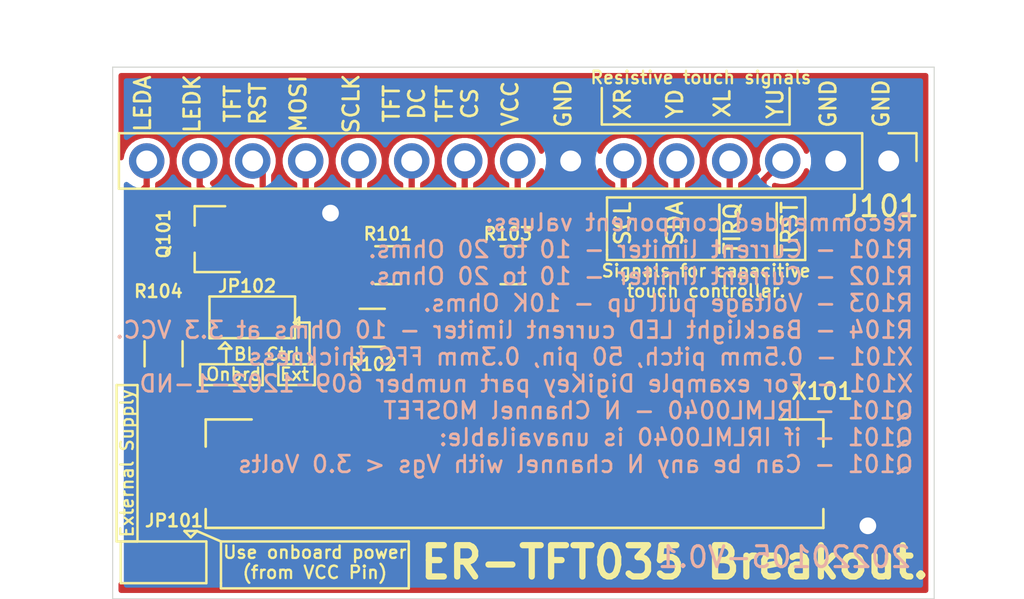
<source format=kicad_pcb>
(kicad_pcb (version 20171130) (host pcbnew "(5.1.10)-1")

  (general
    (thickness 1.6)
    (drawings 65)
    (tracks 139)
    (zones 0)
    (modules 9)
    (nets 25)
  )

  (page A4)
  (layers
    (0 F.Cu signal)
    (31 B.Cu signal hide)
    (32 B.Adhes user hide)
    (33 F.Adhes user hide)
    (34 B.Paste user hide)
    (35 F.Paste user)
    (36 B.SilkS user hide)
    (37 F.SilkS user)
    (38 B.Mask user hide)
    (39 F.Mask user)
    (40 Dwgs.User user hide)
    (41 Cmts.User user hide)
    (42 Eco1.User user hide)
    (43 Eco2.User user hide)
    (44 Edge.Cuts user)
    (45 Margin user hide)
    (46 B.CrtYd user hide)
    (47 F.CrtYd user)
    (48 B.Fab user hide)
    (49 F.Fab user)
  )

  (setup
    (last_trace_width 0.25)
    (user_trace_width 0.3)
    (user_trace_width 0.4)
    (user_trace_width 0.5)
    (trace_clearance 0.2)
    (zone_clearance 0.254)
    (zone_45_only no)
    (trace_min 0.2)
    (via_size 0.8)
    (via_drill 0.4)
    (via_min_size 0.4)
    (via_min_drill 0.3)
    (user_via 1 0.8)
    (uvia_size 0.3)
    (uvia_drill 0.1)
    (uvias_allowed no)
    (uvia_min_size 0.2)
    (uvia_min_drill 0.1)
    (edge_width 0.05)
    (segment_width 0.2)
    (pcb_text_width 0.3)
    (pcb_text_size 1.5 1.5)
    (mod_edge_width 0.12)
    (mod_text_size 1 1)
    (mod_text_width 0.15)
    (pad_size 1.524 1.524)
    (pad_drill 0.762)
    (pad_to_mask_clearance 0.051)
    (solder_mask_min_width 0.25)
    (aux_axis_origin 150.5 96.25)
    (visible_elements 7FFFFFFF)
    (pcbplotparams
      (layerselection 0x010fc_ffffffff)
      (usegerberextensions false)
      (usegerberattributes false)
      (usegerberadvancedattributes false)
      (creategerberjobfile false)
      (excludeedgelayer true)
      (linewidth 0.200000)
      (plotframeref false)
      (viasonmask false)
      (mode 1)
      (useauxorigin true)
      (hpglpennumber 1)
      (hpglpenspeed 20)
      (hpglpendiameter 15.000000)
      (psnegative false)
      (psa4output false)
      (plotreference true)
      (plotvalue true)
      (plotinvisibletext false)
      (padsonsilk false)
      (subtractmaskfromsilk false)
      (outputformat 1)
      (mirror false)
      (drillshape 0)
      (scaleselection 1)
      (outputdirectory "plots/"))
  )

  (net 0 "")
  (net 1 /LEDA)
  (net 2 /LEDK)
  (net 3 /TFT_RST)
  (net 4 /MOSI)
  (net 5 /SCLK)
  (net 6 /TFT_DC)
  (net 7 /TFT_CS)
  (net 8 +2V8)
  (net 9 GND)
  (net 10 "Net-(R101-Pad2)")
  (net 11 "Net-(R102-Pad2)")
  (net 12 "Net-(X101-Pad39)")
  (net 13 "Net-(X101-Pad33)")
  (net 14 "Net-(X101-Pad6)")
  (net 15 "Net-(X101-Pad5)")
  (net 16 "Net-(X101-Pad4)")
  (net 17 /XR-SCL)
  (net 18 /YD-SDA)
  (net 19 /XL-~TIRQ)
  (net 20 /YU-~TRST)
  (net 21 "Net-(JP101-Pad2)")
  (net 22 "Net-(JP102-Pad2)")
  (net 23 "Net-(JP102-Pad1)")
  (net 24 "Net-(R104-Pad1)")

  (net_class Default "This is the default net class."
    (clearance 0.2)
    (trace_width 0.25)
    (via_dia 0.8)
    (via_drill 0.4)
    (uvia_dia 0.3)
    (uvia_drill 0.1)
    (add_net +2V8)
    (add_net /LEDA)
    (add_net /LEDK)
    (add_net /MOSI)
    (add_net /SCLK)
    (add_net /TFT_CS)
    (add_net /TFT_DC)
    (add_net /TFT_RST)
    (add_net /XL-~TIRQ)
    (add_net /XR-SCL)
    (add_net /YD-SDA)
    (add_net /YU-~TRST)
    (add_net GND)
    (add_net "Net-(JP101-Pad2)")
    (add_net "Net-(JP102-Pad1)")
    (add_net "Net-(JP102-Pad2)")
    (add_net "Net-(R101-Pad2)")
    (add_net "Net-(R102-Pad2)")
    (add_net "Net-(R104-Pad1)")
    (add_net "Net-(X101-Pad33)")
    (add_net "Net-(X101-Pad39)")
    (add_net "Net-(X101-Pad4)")
    (add_net "Net-(X101-Pad5)")
    (add_net "Net-(X101-Pad6)")
  )

  (module Resistor_SMD:R_1206_3216Metric_Pad1.42x1.75mm_HandSolder (layer F.Cu) (tedit 5B301BBD) (tstamp 5EDBC440)
    (at 143.25 96)
    (descr "Resistor SMD 1206 (3216 Metric), square (rectangular) end terminal, IPC_7351 nominal with elongated pad for handsoldering. (Body size source: http://www.tortai-tech.com/upload/download/2011102023233369053.pdf), generated with kicad-footprint-generator")
    (tags "resistor handsolder")
    (path /5EDE5CBA)
    (attr smd)
    (fp_text reference R102 (at 0.0125 1.75) (layer F.SilkS)
      (effects (font (size 0.6 0.6) (thickness 0.12)))
    )
    (fp_text value 12 (at 0 1.82) (layer F.Fab)
      (effects (font (size 1 1) (thickness 0.15)))
    )
    (fp_line (start -1.6 0.8) (end -1.6 -0.8) (layer F.Fab) (width 0.1))
    (fp_line (start -1.6 -0.8) (end 1.6 -0.8) (layer F.Fab) (width 0.1))
    (fp_line (start 1.6 -0.8) (end 1.6 0.8) (layer F.Fab) (width 0.1))
    (fp_line (start 1.6 0.8) (end -1.6 0.8) (layer F.Fab) (width 0.1))
    (fp_line (start -0.602064 -0.91) (end 0.602064 -0.91) (layer F.SilkS) (width 0.12))
    (fp_line (start -0.602064 0.91) (end 0.602064 0.91) (layer F.SilkS) (width 0.12))
    (fp_line (start -2.45 1.12) (end -2.45 -1.12) (layer F.CrtYd) (width 0.05))
    (fp_line (start -2.45 -1.12) (end 2.45 -1.12) (layer F.CrtYd) (width 0.05))
    (fp_line (start 2.45 -1.12) (end 2.45 1.12) (layer F.CrtYd) (width 0.05))
    (fp_line (start 2.45 1.12) (end -2.45 1.12) (layer F.CrtYd) (width 0.05))
    (fp_text user %R (at 0 0) (layer F.Fab)
      (effects (font (size 0.8 0.8) (thickness 0.12)))
    )
    (pad 2 smd roundrect (at 1.4875 0) (size 1.425 1.75) (layers F.Cu F.Paste F.Mask) (roundrect_rratio 0.175439)
      (net 11 "Net-(R102-Pad2)"))
    (pad 1 smd roundrect (at -1.4875 0) (size 1.425 1.75) (layers F.Cu F.Paste F.Mask) (roundrect_rratio 0.175439)
      (net 4 /MOSI))
    (model ${KISYS3DMOD}/Resistor_SMD.3dshapes/R_1206_3216Metric.wrl
      (at (xyz 0 0 0))
      (scale (xyz 1 1 1))
      (rotate (xyz 0 0 0))
    )
  )

  (module Resistor_SMD:R_1206_3216Metric_Pad1.42x1.75mm_HandSolder (layer F.Cu) (tedit 5B301BBD) (tstamp 5FF659F6)
    (at 133.25 97.25 270)
    (descr "Resistor SMD 1206 (3216 Metric), square (rectangular) end terminal, IPC_7351 nominal with elongated pad for handsoldering. (Body size source: http://www.tortai-tech.com/upload/download/2011102023233369053.pdf), generated with kicad-footprint-generator")
    (tags "resistor handsolder")
    (path /5FF8CB9E)
    (attr smd)
    (fp_text reference R104 (at -3 0.25 180) (layer F.SilkS)
      (effects (font (size 0.6 0.6) (thickness 0.12)))
    )
    (fp_text value 10 (at 0 1.82 90) (layer F.Fab)
      (effects (font (size 1 1) (thickness 0.15)))
    )
    (fp_line (start -1.6 0.8) (end -1.6 -0.8) (layer F.Fab) (width 0.1))
    (fp_line (start -1.6 -0.8) (end 1.6 -0.8) (layer F.Fab) (width 0.1))
    (fp_line (start 1.6 -0.8) (end 1.6 0.8) (layer F.Fab) (width 0.1))
    (fp_line (start 1.6 0.8) (end -1.6 0.8) (layer F.Fab) (width 0.1))
    (fp_line (start -0.602064 -0.91) (end 0.602064 -0.91) (layer F.SilkS) (width 0.12))
    (fp_line (start -0.602064 0.91) (end 0.602064 0.91) (layer F.SilkS) (width 0.12))
    (fp_line (start -2.45 1.12) (end -2.45 -1.12) (layer F.CrtYd) (width 0.05))
    (fp_line (start -2.45 -1.12) (end 2.45 -1.12) (layer F.CrtYd) (width 0.05))
    (fp_line (start 2.45 -1.12) (end 2.45 1.12) (layer F.CrtYd) (width 0.05))
    (fp_line (start 2.45 1.12) (end -2.45 1.12) (layer F.CrtYd) (width 0.05))
    (fp_text user %R (at 0 0 90) (layer F.Fab)
      (effects (font (size 0.8 0.8) (thickness 0.12)))
    )
    (pad 2 smd roundrect (at 1.4875 0 270) (size 1.425 1.75) (layers F.Cu F.Paste F.Mask) (roundrect_rratio 0.175439)
      (net 21 "Net-(JP101-Pad2)"))
    (pad 1 smd roundrect (at -1.4875 0 270) (size 1.425 1.75) (layers F.Cu F.Paste F.Mask) (roundrect_rratio 0.175439)
      (net 24 "Net-(R104-Pad1)"))
    (model ${KISYS3DMOD}/Resistor_SMD.3dshapes/R_1206_3216Metric.wrl
      (at (xyz 0 0 0))
      (scale (xyz 1 1 1))
      (rotate (xyz 0 0 0))
    )
  )

  (module Package_TO_SOT_SMD:SOT-23 (layer F.Cu) (tedit 5A02FF57) (tstamp 5FF659A5)
    (at 135.5 91.75 180)
    (descr "SOT-23, Standard")
    (tags SOT-23)
    (path /5FF5ED3F)
    (attr smd)
    (fp_text reference Q101 (at 2.25 0.25 90) (layer F.SilkS)
      (effects (font (size 0.6 0.6) (thickness 0.12)))
    )
    (fp_text value IRLML0040 (at 0 2.5) (layer F.Fab)
      (effects (font (size 1 1) (thickness 0.15)))
    )
    (fp_line (start -0.7 -0.95) (end -0.7 1.5) (layer F.Fab) (width 0.1))
    (fp_line (start -0.15 -1.52) (end 0.7 -1.52) (layer F.Fab) (width 0.1))
    (fp_line (start -0.7 -0.95) (end -0.15 -1.52) (layer F.Fab) (width 0.1))
    (fp_line (start 0.7 -1.52) (end 0.7 1.52) (layer F.Fab) (width 0.1))
    (fp_line (start -0.7 1.52) (end 0.7 1.52) (layer F.Fab) (width 0.1))
    (fp_line (start 0.76 1.58) (end 0.76 0.65) (layer F.SilkS) (width 0.12))
    (fp_line (start 0.76 -1.58) (end 0.76 -0.65) (layer F.SilkS) (width 0.12))
    (fp_line (start -1.7 -1.75) (end 1.7 -1.75) (layer F.CrtYd) (width 0.05))
    (fp_line (start 1.7 -1.75) (end 1.7 1.75) (layer F.CrtYd) (width 0.05))
    (fp_line (start 1.7 1.75) (end -1.7 1.75) (layer F.CrtYd) (width 0.05))
    (fp_line (start -1.7 1.75) (end -1.7 -1.75) (layer F.CrtYd) (width 0.05))
    (fp_line (start 0.76 -1.58) (end -1.4 -1.58) (layer F.SilkS) (width 0.12))
    (fp_line (start 0.76 1.58) (end -0.7 1.58) (layer F.SilkS) (width 0.12))
    (fp_text user %R (at 0 0 90) (layer F.Fab)
      (effects (font (size 0.5 0.5) (thickness 0.075)))
    )
    (pad 3 smd rect (at 1 0 180) (size 0.9 0.8) (layers F.Cu F.Paste F.Mask)
      (net 23 "Net-(JP102-Pad1)"))
    (pad 2 smd rect (at -1 0.95 180) (size 0.9 0.8) (layers F.Cu F.Paste F.Mask)
      (net 9 GND))
    (pad 1 smd rect (at -1 -0.95 180) (size 0.9 0.8) (layers F.Cu F.Paste F.Mask)
      (net 2 /LEDK))
    (model ${KISYS3DMOD}/Package_TO_SOT_SMD.3dshapes/SOT-23.wrl
      (at (xyz 0 0 0))
      (scale (xyz 1 1 1))
      (rotate (xyz 0 0 0))
    )
  )

  (module Jumper:SolderJumper-3_P1.3mm_Bridged12_Pad1.0x1.5mm (layer F.Cu) (tedit 5C756B4C) (tstamp 5FF66660)
    (at 137.5 95.5)
    (descr "SMD Solder 3-pad Jumper, 1x1.5mm Pads, 0.3mm gap, pads 1-2 bridged with 1 copper strip")
    (tags "solder jumper open")
    (path /5FF6B476)
    (attr virtual)
    (fp_text reference JP102 (at -0.25 -1.5) (layer F.SilkS)
      (effects (font (size 0.6 0.6) (thickness 0.12)))
    )
    (fp_text value Jumper_3_Bridged12 (at 0 2) (layer F.Fab)
      (effects (font (size 1 1) (thickness 0.15)))
    )
    (fp_line (start -1.3 1.2) (end -1 1.5) (layer F.SilkS) (width 0.12))
    (fp_line (start -1.6 1.5) (end -1 1.5) (layer F.SilkS) (width 0.12))
    (fp_line (start -1.3 1.2) (end -1.6 1.5) (layer F.SilkS) (width 0.12))
    (fp_line (start -2.05 1) (end -2.05 -1) (layer F.SilkS) (width 0.12))
    (fp_line (start 2.05 1) (end -2.05 1) (layer F.SilkS) (width 0.12))
    (fp_line (start 2.05 -1) (end 2.05 1) (layer F.SilkS) (width 0.12))
    (fp_line (start -2.05 -1) (end 2.05 -1) (layer F.SilkS) (width 0.12))
    (fp_line (start -2.3 -1.25) (end 2.3 -1.25) (layer F.CrtYd) (width 0.05))
    (fp_line (start -2.3 -1.25) (end -2.3 1.25) (layer F.CrtYd) (width 0.05))
    (fp_line (start 2.3 1.25) (end 2.3 -1.25) (layer F.CrtYd) (width 0.05))
    (fp_line (start 2.3 1.25) (end -2.3 1.25) (layer F.CrtYd) (width 0.05))
    (fp_poly (pts (xy -0.9 -0.3) (xy -0.4 -0.3) (xy -0.4 0.3) (xy -0.9 0.3)) (layer F.Cu) (width 0))
    (pad 2 smd rect (at 0 0) (size 1 1.5) (layers F.Cu F.Mask)
      (net 22 "Net-(JP102-Pad2)"))
    (pad 3 smd rect (at 1.3 0) (size 1 1.5) (layers F.Cu F.Mask)
      (net 2 /LEDK))
    (pad 1 smd rect (at -1.3 0) (size 1 1.5) (layers F.Cu F.Mask)
      (net 23 "Net-(JP102-Pad1)"))
  )

  (module Jumper:SolderJumper-3_P1.3mm_Bridged12_Pad1.0x1.5mm (layer F.Cu) (tedit 5C756B4C) (tstamp 5FF65F14)
    (at 133.25 107.25 180)
    (descr "SMD Solder 3-pad Jumper, 1x1.5mm Pads, 0.3mm gap, pads 1-2 bridged with 1 copper strip")
    (tags "solder jumper open")
    (path /5FF8C2C5)
    (attr virtual)
    (fp_text reference JP101 (at -0.5 2) (layer F.SilkS)
      (effects (font (size 0.6 0.6) (thickness 0.12)))
    )
    (fp_text value Jumper_3_Bridged12 (at 0 2) (layer F.Fab)
      (effects (font (size 1 1) (thickness 0.15)))
    )
    (fp_line (start -1.3 1.2) (end -1 1.5) (layer F.SilkS) (width 0.12))
    (fp_line (start -1.6 1.5) (end -1 1.5) (layer F.SilkS) (width 0.12))
    (fp_line (start -1.3 1.2) (end -1.6 1.5) (layer F.SilkS) (width 0.12))
    (fp_line (start -2.05 1) (end -2.05 -1) (layer F.SilkS) (width 0.12))
    (fp_line (start 2.05 1) (end -2.05 1) (layer F.SilkS) (width 0.12))
    (fp_line (start 2.05 -1) (end 2.05 1) (layer F.SilkS) (width 0.12))
    (fp_line (start -2.05 -1) (end 2.05 -1) (layer F.SilkS) (width 0.12))
    (fp_line (start -2.3 -1.25) (end 2.3 -1.25) (layer F.CrtYd) (width 0.05))
    (fp_line (start -2.3 -1.25) (end -2.3 1.25) (layer F.CrtYd) (width 0.05))
    (fp_line (start 2.3 1.25) (end 2.3 -1.25) (layer F.CrtYd) (width 0.05))
    (fp_line (start 2.3 1.25) (end -2.3 1.25) (layer F.CrtYd) (width 0.05))
    (fp_poly (pts (xy -0.9 -0.3) (xy -0.4 -0.3) (xy -0.4 0.3) (xy -0.9 0.3)) (layer F.Cu) (width 0))
    (pad 2 smd rect (at 0 0 180) (size 1 1.5) (layers F.Cu F.Mask)
      (net 21 "Net-(JP101-Pad2)"))
    (pad 3 smd rect (at 1.3 0 180) (size 1 1.5) (layers F.Cu F.Mask)
      (net 1 /LEDA))
    (pad 1 smd rect (at -1.3 0 180) (size 1 1.5) (layers F.Cu F.Mask)
      (net 8 +2V8))
  )

  (module MarcoK:TFT_3.5IN_320X480_50PIN (layer B.Cu) (tedit 0) (tstamp 5EDBDC7B)
    (at 150.0685 96.7385 180)
    (path /5EDCC433)
    (fp_text reference X101 (at -13.1815 -2.7615 180) (layer F.SilkS)
      (effects (font (size 0.77216 0.77216) (thickness 0.138988)) (justify left bottom))
    )
    (fp_text value DISP_LCD_3.5IN_320X480_50PIN_BUY_DISPLAY_ER-TFT035-6 (at 14.726 -9.225 180) (layer F.Fab)
      (effects (font (size 0.38608 0.38608) (thickness 0.038608)) (justify left bottom))
    )
    (fp_line (start -27.17 47.4) (end 27.17 47.4) (layer B.Fab) (width 0.127))
    (fp_line (start 27.17 47.4) (end 27.17 -37.3) (layer B.Fab) (width 0.127))
    (fp_line (start 27.17 -37.3) (end -27.17 -37.3) (layer B.Fab) (width 0.127))
    (fp_line (start -27.17 -37.3) (end -27.17 47.4) (layer B.Fab) (width 0.127))
    (fp_line (start -25.33 45.55) (end 25.33 45.55) (layer B.Fab) (width 0.127))
    (fp_line (start 25.33 45.55) (end 25.33 -29.55) (layer B.Fab) (width 0.127))
    (fp_line (start 25.33 -29.55) (end -25.33 -29.55) (layer B.Fab) (width 0.127))
    (fp_line (start -25.33 -29.55) (end -25.33 45.55) (layer B.Fab) (width 0.127))
    (fp_line (start -24.48 44.44) (end 24.48 44.44) (layer B.Fab) (width 0.127))
    (fp_line (start 24.48 44.44) (end 24.48 -28.38) (layer B.Fab) (width 0.127))
    (fp_line (start 24.48 -28.38) (end -24.48 -28.38) (layer B.Fab) (width 0.127))
    (fp_line (start -24.48 -28.38) (end -24.48 44.44) (layer B.Fab) (width 0.127))
    (fp_line (start -12.1 -36.9) (end -21.7 -36.9) (layer B.Fab) (width 0.127))
    (fp_line (start -22.6 -36) (end -22.6 -30.2) (layer B.Fab) (width 0.127))
    (fp_line (start -22.6 -30.2) (end -18.2 -25.8) (layer B.Fab) (width 0.127))
    (fp_line (start -18.2 -25.8) (end -13.5 -25.8) (layer B.Fab) (width 0.127))
    (fp_line (start -12.5 -24.8) (end -12.5 -9.17) (layer B.Fab) (width 0.127))
    (fp_line (start -12.5 -9.17) (end -12.5 -5.87) (layer B.Fab) (width 0.127))
    (fp_line (start -12.2 -5.57) (end 12.2 -5.57) (layer B.Fab) (width 0.127))
    (fp_line (start 12.5 -5.87) (end 12.5 -9.17) (layer B.Fab) (width 0.127))
    (fp_line (start 12.5 -9.17) (end 12.5 -24.9) (layer B.Fab) (width 0.127))
    (fp_line (start 13.4 -25.8) (end 17.9 -25.8) (layer B.Fab) (width 0.127))
    (fp_line (start 17.9 -25.8) (end 18.1 -25.8) (layer B.Fab) (width 0.127))
    (fp_line (start 18.1 -25.8) (end 22.6 -30.3) (layer B.Fab) (width 0.127))
    (fp_line (start 22.6 -30.3) (end 22.6 -35.9) (layer B.Fab) (width 0.127))
    (fp_line (start 21.6 -36.9) (end 11.7 -36.9) (layer B.Fab) (width 0.127))
    (fp_line (start -11.8 -36.9) (end -12.1 -36.9) (layer B.Fab) (width 0.127))
    (fp_line (start -12.5 -9.17) (end 12.5 -9.17) (layer B.Fab) (width 0.127))
    (fp_line (start -27.3 47.5) (end 27.3 47.5) (layer B.SilkS) (width 0.127))
    (fp_line (start 27.3 47.5) (end 27.3 -37.4) (layer B.SilkS) (width 0.127))
    (fp_line (start 27.3 -37.4) (end -27.3 -37.4) (layer B.SilkS) (width 0.127))
    (fp_line (start -27.3 -37.4) (end -27.3 47.5) (layer B.SilkS) (width 0.127))
    (fp_line (start 14.65 -7.49) (end 14.65 -2.49) (layer F.Fab) (width 0.127))
    (fp_line (start 14.65 -2.49) (end -14.65 -2.49) (layer F.Fab) (width 0.127))
    (fp_line (start -14.65 -2.49) (end -14.65 -7.49) (layer F.Fab) (width 0.127))
    (fp_line (start 14.65 -7.49) (end -14.65 -7.49) (layer F.Fab) (width 0.127))
    (fp_line (start 12.6 -3.66) (end 14.8 -3.66) (layer F.SilkS) (width 0.127))
    (fp_line (start 14.8 -3.66) (end 14.8 -4.96) (layer F.SilkS) (width 0.127))
    (fp_line (start -12.7 -3.66) (end -14.8 -3.66) (layer F.SilkS) (width 0.127))
    (fp_line (start -14.8 -3.66) (end -14.8 -4.96) (layer F.SilkS) (width 0.127))
    (fp_line (start 14.8 -7.96) (end 14.8 -8.86) (layer F.SilkS) (width 0.127))
    (fp_line (start 14.8 -8.86) (end -14.8 -8.86) (layer F.SilkS) (width 0.127))
    (fp_line (start -14.8 -8.86) (end -14.8 -7.96) (layer F.SilkS) (width 0.127))
    (fp_line (start 12.5 -3.59) (end 12.3 -3.39) (layer F.Fab) (width 0.127))
    (fp_line (start 12.3 -3.39) (end 12.1 -3.59) (layer F.Fab) (width 0.127))
    (fp_line (start 12.1 -3.59) (end 12.4 -3.59) (layer F.Fab) (width 0.127))
    (fp_line (start 12.5 -3.59) (end 12.4 -3.59) (layer F.Fab) (width 0.127))
    (fp_line (start 12.4 -3.59) (end 12.3 -3.49) (layer F.Fab) (width 0.127))
    (fp_line (start -15 -10.37) (end 15 -10.37) (layer B.Fab) (width 0.127))
    (fp_line (start 15 -10.37) (end 15 -17.91) (layer B.Fab) (width 0.127))
    (fp_line (start 15 -17.91) (end -15 -17.91) (layer B.Fab) (width 0.127))
    (fp_line (start -15 -17.91) (end -15 -10.37) (layer B.Fab) (width 0.127))
    (fp_line (start -14.986 -18.034) (end -14.732 -18.034) (layer B.Fab) (width 0.127))
    (fp_line (start -14.732 -18.034) (end 2.54 -18.034) (layer B.Fab) (width 0.127))
    (fp_line (start -27.178 -34.29) (end -14.732 -34.29) (layer B.Fab) (width 0.127))
    (fp_line (start 2.54 -34.29) (end 27.178 -34.29) (layer B.Fab) (width 0.127))
    (fp_line (start 27.178 -34.29) (end 27.178 -39.878) (layer B.Fab) (width 0.127))
    (fp_line (start 27.178 -39.878) (end -27.178 -39.878) (layer B.Fab) (width 0.127))
    (fp_line (start -27.178 -39.878) (end -27.178 -34.29) (layer B.Fab) (width 0.127))
    (fp_line (start -14.732 -18.034) (end -14.732 -34.29) (layer B.Fab) (width 0.127))
    (fp_line (start 2.54 -18.034) (end 2.54 -34.29) (layer B.Fab) (width 0.127))
    (fp_text user "Suggested Captouch cutout" (at -6.604 -31.856) (layer B.Fab)
      (effects (font (size 0.77216 0.77216) (thickness 0.12192)) (justify mirror))
    )
    (fp_text user "Suggested Cutout Zone" (at 0 -16.87) (layer B.Fab)
      (effects (font (size 0.77216 0.77216) (thickness 0.12192)) (justify mirror))
    )
    (fp_text user YD (at 0 -27) (layer B.Fab)
      (effects (font (size 1.59258 1.59258) (thickness 0.25146)) (justify mirror))
    )
    (fp_text user YU (at 0 41.5) (layer B.Fab)
      (effects (font (size 1.59258 1.59258) (thickness 0.25146)) (justify mirror))
    )
    (fp_text user XR (at 21.5 10) (layer B.Fab)
      (effects (font (size 1.59258 1.59258) (thickness 0.25146)) (justify mirror))
    )
    (fp_text user XL (at -21.5 10) (layer B.Fab)
      (effects (font (size 1.59258 1.59258) (thickness 0.25146)) (justify mirror))
    )
    (fp_text user 1 (at 11.6 -11.07) (layer B.Fab)
      (effects (font (size 0.9652 0.9652) (thickness 0.1524)) (justify mirror))
    )
    (fp_text user 50 (at -11.2 -11.07) (layer B.Fab)
      (effects (font (size 0.9652 0.9652) (thickness 0.1524)) (justify mirror))
    )
    (fp_arc (start 21.6 -35.9) (end 22.6 -35.9) (angle -90) (layer B.Fab) (width 0.127))
    (fp_arc (start 13.4 -24.9) (end 12.5 -24.9) (angle 90) (layer B.Fab) (width 0.127))
    (fp_arc (start 12.2 -5.87) (end 12.2 -5.57) (angle -90) (layer B.Fab) (width 0.127))
    (fp_arc (start -12.2 -5.87) (end -12.5 -5.87) (angle -90) (layer B.Fab) (width 0.127))
    (fp_arc (start -13.5 -24.8) (end -13.5 -25.8) (angle 90) (layer B.Fab) (width 0.127))
    (fp_arc (start -21.7 -36) (end -21.7 -36.9) (angle -90) (layer B.Fab) (width 0.127))
    (fp_text user "TFT LCD Display" (at 0 12.5) (layer B.Fab)
      (effects (font (size 1.2065 1.2065) (thickness 0.1016)) (justify mirror))
    )
    (fp_text user "3.5\" 320x480" (at 0 7.2) (layer B.Fab)
      (effects (font (size 1.2065 1.2065) (thickness 0.1016)) (justify mirror))
    )
    (pad PAD2 smd roundrect (at -14.35 -6.46) (size 2.4 2.4) (layers F.Cu F.Paste F.Mask) (roundrect_rratio 0.125)
      (solder_mask_margin 0.0508))
    (pad PAD1 smd roundrect (at 14.35 -6.46) (size 2.4 2.4) (layers F.Cu F.Paste F.Mask) (roundrect_rratio 0.125)
      (solder_mask_margin 0.0508))
    (pad 50 smd rect (at -12.25 -3.76) (size 0.275 1.2) (layers F.Cu F.Paste F.Mask)
      (net 9 GND) (solder_mask_margin 0.0508))
    (pad 49 smd rect (at -11.75 -3.76) (size 0.275 1.2) (layers F.Cu F.Paste F.Mask)
      (net 9 GND) (solder_mask_margin 0.0508))
    (pad 48 smd rect (at -11.25 -3.76) (size 0.275 1.2) (layers F.Cu F.Paste F.Mask)
      (net 9 GND) (solder_mask_margin 0.0508))
    (pad 47 smd rect (at -10.75 -3.76) (size 0.275 1.2) (layers F.Cu F.Paste F.Mask)
      (net 20 /YU-~TRST) (solder_mask_margin 0.0508))
    (pad 46 smd rect (at -10.25 -3.76) (size 0.275 1.2) (layers F.Cu F.Paste F.Mask)
      (net 19 /XL-~TIRQ) (solder_mask_margin 0.0508))
    (pad 45 smd rect (at -9.75 -3.76) (size 0.275 1.2) (layers F.Cu F.Paste F.Mask)
      (net 18 /YD-SDA) (solder_mask_margin 0.0508))
    (pad 44 smd rect (at -9.25 -3.76) (size 0.275 1.2) (layers F.Cu F.Paste F.Mask)
      (net 17 /XR-SCL) (solder_mask_margin 0.0508))
    (pad 43 smd rect (at -8.75 -3.76) (size 0.275 1.2) (layers F.Cu F.Paste F.Mask)
      (net 9 GND) (solder_mask_margin 0.0508))
    (pad 42 smd rect (at -8.25 -3.76) (size 0.275 1.2) (layers F.Cu F.Paste F.Mask)
      (net 8 +2V8) (solder_mask_margin 0.0508))
    (pad 41 smd rect (at -7.75 -3.76) (size 0.275 1.2) (layers F.Cu F.Paste F.Mask)
      (net 8 +2V8) (solder_mask_margin 0.0508))
    (pad 40 smd rect (at -7.25 -3.76) (size 0.275 1.2) (layers F.Cu F.Paste F.Mask)
      (net 8 +2V8) (solder_mask_margin 0.0508))
    (pad 39 smd rect (at -6.75 -3.76) (size 0.275 1.2) (layers F.Cu F.Paste F.Mask)
      (net 12 "Net-(X101-Pad39)") (solder_mask_margin 0.0508))
    (pad 38 smd rect (at -6.25 -3.76) (size 0.275 1.2) (layers F.Cu F.Paste F.Mask)
      (net 7 /TFT_CS) (solder_mask_margin 0.0508))
    (pad 37 smd rect (at -5.75 -3.76) (size 0.275 1.2) (layers F.Cu F.Paste F.Mask)
      (net 6 /TFT_DC) (solder_mask_margin 0.0508))
    (pad 36 smd rect (at -5.25 -3.76) (size 0.275 1.2) (layers F.Cu F.Paste F.Mask)
      (net 10 "Net-(R101-Pad2)") (solder_mask_margin 0.0508))
    (pad 35 smd rect (at -4.75 -3.76) (size 0.275 1.2) (layers F.Cu F.Paste F.Mask)
      (net 8 +2V8) (solder_mask_margin 0.0508))
    (pad 34 smd rect (at -4.25 -3.76) (size 0.275 1.2) (layers F.Cu F.Paste F.Mask)
      (net 11 "Net-(R102-Pad2)") (solder_mask_margin 0.0508))
    (pad 33 smd rect (at -3.75 -3.76) (size 0.275 1.2) (layers F.Cu F.Paste F.Mask)
      (net 13 "Net-(X101-Pad33)") (solder_mask_margin 0.0508))
    (pad 32 smd rect (at -3.25 -3.76) (size 0.275 1.2) (layers F.Cu F.Paste F.Mask)
      (net 9 GND) (solder_mask_margin 0.0508))
    (pad 31 smd rect (at -2.75 -3.76) (size 0.275 1.2) (layers F.Cu F.Paste F.Mask)
      (net 9 GND) (solder_mask_margin 0.0508))
    (pad 30 smd rect (at -2.25 -3.76) (size 0.275 1.2) (layers F.Cu F.Paste F.Mask)
      (net 9 GND) (solder_mask_margin 0.0508))
    (pad 29 smd rect (at -1.75 -3.76) (size 0.275 1.2) (layers F.Cu F.Paste F.Mask)
      (net 9 GND) (solder_mask_margin 0.0508))
    (pad 28 smd rect (at -1.25 -3.76) (size 0.275 1.2) (layers F.Cu F.Paste F.Mask)
      (net 9 GND) (solder_mask_margin 0.0508))
    (pad 27 smd rect (at -0.75 -3.76) (size 0.275 1.2) (layers F.Cu F.Paste F.Mask)
      (net 9 GND) (solder_mask_margin 0.0508))
    (pad 26 smd rect (at -0.25 -3.76) (size 0.275 1.2) (layers F.Cu F.Paste F.Mask)
      (net 9 GND) (solder_mask_margin 0.0508))
    (pad 25 smd rect (at 0.25 -3.76) (size 0.275 1.2) (layers F.Cu F.Paste F.Mask)
      (net 9 GND) (solder_mask_margin 0.0508))
    (pad 24 smd rect (at 0.75 -3.76) (size 0.275 1.2) (layers F.Cu F.Paste F.Mask)
      (net 9 GND) (solder_mask_margin 0.0508))
    (pad 23 smd rect (at 1.25 -3.76) (size 0.275 1.2) (layers F.Cu F.Paste F.Mask)
      (net 9 GND) (solder_mask_margin 0.0508))
    (pad 22 smd rect (at 1.75 -3.76) (size 0.275 1.2) (layers F.Cu F.Paste F.Mask)
      (net 9 GND) (solder_mask_margin 0.0508))
    (pad 21 smd rect (at 2.25 -3.76) (size 0.275 1.2) (layers F.Cu F.Paste F.Mask)
      (net 9 GND) (solder_mask_margin 0.0508))
    (pad 20 smd rect (at 2.75 -3.76) (size 0.275 1.2) (layers F.Cu F.Paste F.Mask)
      (net 9 GND) (solder_mask_margin 0.0508))
    (pad 19 smd rect (at 3.25 -3.76) (size 0.275 1.2) (layers F.Cu F.Paste F.Mask)
      (net 9 GND) (solder_mask_margin 0.0508))
    (pad 18 smd rect (at 3.75 -3.76) (size 0.275 1.2) (layers F.Cu F.Paste F.Mask)
      (net 9 GND) (solder_mask_margin 0.0508))
    (pad 17 smd rect (at 4.25 -3.76) (size 0.275 1.2) (layers F.Cu F.Paste F.Mask)
      (net 9 GND) (solder_mask_margin 0.0508))
    (pad 16 smd rect (at 4.75 -3.76) (size 0.275 1.2) (layers F.Cu F.Paste F.Mask)
      (net 9 GND) (solder_mask_margin 0.0508))
    (pad 15 smd rect (at 5.25 -3.76) (size 0.275 1.2) (layers F.Cu F.Paste F.Mask)
      (net 9 GND) (solder_mask_margin 0.0508))
    (pad 14 smd rect (at 5.75 -3.76) (size 0.275 1.2) (layers F.Cu F.Paste F.Mask)
      (net 9 GND) (solder_mask_margin 0.0508))
    (pad 13 smd rect (at 6.25 -3.76) (size 0.275 1.2) (layers F.Cu F.Paste F.Mask)
      (net 8 +2V8) (solder_mask_margin 0.0508))
    (pad 12 smd rect (at 6.75 -3.76) (size 0.275 1.2) (layers F.Cu F.Paste F.Mask)
      (net 9 GND) (solder_mask_margin 0.0508))
    (pad 11 smd rect (at 7.25 -3.76) (size 0.275 1.2) (layers F.Cu F.Paste F.Mask)
      (net 9 GND) (solder_mask_margin 0.0508))
    (pad 10 smd rect (at 7.75 -3.76) (size 0.275 1.2) (layers F.Cu F.Paste F.Mask)
      (net 3 /TFT_RST) (solder_mask_margin 0.0508))
    (pad 9 smd rect (at 8.25 -3.76) (size 0.275 1.2) (layers F.Cu F.Paste F.Mask)
      (net 8 +2V8) (solder_mask_margin 0.0508))
    (pad 8 smd rect (at 8.75 -3.76) (size 0.275 1.2) (layers F.Cu F.Paste F.Mask)
      (net 8 +2V8) (solder_mask_margin 0.0508))
    (pad 7 smd rect (at 9.25 -3.76) (size 0.275 1.2) (layers F.Cu F.Paste F.Mask)
      (net 8 +2V8) (solder_mask_margin 0.0508))
    (pad 6 smd rect (at 9.75 -3.76) (size 0.275 1.2) (layers F.Cu F.Paste F.Mask)
      (net 14 "Net-(X101-Pad6)") (solder_mask_margin 0.0508))
    (pad 5 smd rect (at 10.25 -3.76) (size 0.275 1.2) (layers F.Cu F.Paste F.Mask)
      (net 15 "Net-(X101-Pad5)") (solder_mask_margin 0.0508))
    (pad 4 smd rect (at 10.75 -3.76) (size 0.275 1.2) (layers F.Cu F.Paste F.Mask)
      (net 16 "Net-(X101-Pad4)") (solder_mask_margin 0.0508))
    (pad 3 smd rect (at 11.25 -3.76) (size 0.275 1.2) (layers F.Cu F.Paste F.Mask)
      (net 22 "Net-(JP102-Pad2)") (solder_mask_margin 0.0508))
    (pad 2 smd rect (at 11.75 -3.76) (size 0.275 1.2) (layers F.Cu F.Paste F.Mask)
      (net 22 "Net-(JP102-Pad2)") (solder_mask_margin 0.0508))
    (pad 1 smd rect (at 12.25 -3.76) (size 0.275 1.2) (layers F.Cu F.Paste F.Mask)
      (net 24 "Net-(R104-Pad1)") (solder_mask_margin 0.0508))
  )

  (module Resistor_SMD:R_1206_3216Metric_Pad1.42x1.75mm_HandSolder (layer F.Cu) (tedit 5B301BBD) (tstamp 5FF66C18)
    (at 150 93 180)
    (descr "Resistor SMD 1206 (3216 Metric), square (rectangular) end terminal, IPC_7351 nominal with elongated pad for handsoldering. (Body size source: http://www.tortai-tech.com/upload/download/2011102023233369053.pdf), generated with kicad-footprint-generator")
    (tags "resistor handsolder")
    (path /5EDE54A8)
    (attr smd)
    (fp_text reference R103 (at 0.25 1.5) (layer F.SilkS)
      (effects (font (size 0.6 0.6) (thickness 0.12)))
    )
    (fp_text value 10K (at 0 1.82) (layer F.Fab)
      (effects (font (size 1 1) (thickness 0.15)))
    )
    (fp_line (start -1.6 0.8) (end -1.6 -0.8) (layer F.Fab) (width 0.1))
    (fp_line (start -1.6 -0.8) (end 1.6 -0.8) (layer F.Fab) (width 0.1))
    (fp_line (start 1.6 -0.8) (end 1.6 0.8) (layer F.Fab) (width 0.1))
    (fp_line (start 1.6 0.8) (end -1.6 0.8) (layer F.Fab) (width 0.1))
    (fp_line (start -0.602064 -0.91) (end 0.602064 -0.91) (layer F.SilkS) (width 0.12))
    (fp_line (start -0.602064 0.91) (end 0.602064 0.91) (layer F.SilkS) (width 0.12))
    (fp_line (start -2.45 1.12) (end -2.45 -1.12) (layer F.CrtYd) (width 0.05))
    (fp_line (start -2.45 -1.12) (end 2.45 -1.12) (layer F.CrtYd) (width 0.05))
    (fp_line (start 2.45 -1.12) (end 2.45 1.12) (layer F.CrtYd) (width 0.05))
    (fp_line (start 2.45 1.12) (end -2.45 1.12) (layer F.CrtYd) (width 0.05))
    (fp_text user %R (at 0 0) (layer F.Fab)
      (effects (font (size 0.8 0.8) (thickness 0.12)))
    )
    (pad 2 smd roundrect (at 1.4875 0 180) (size 1.425 1.75) (layers F.Cu F.Paste F.Mask) (roundrect_rratio 0.175439)
      (net 7 /TFT_CS))
    (pad 1 smd roundrect (at -1.4875 0 180) (size 1.425 1.75) (layers F.Cu F.Paste F.Mask) (roundrect_rratio 0.175439)
      (net 8 +2V8))
    (model ${KISYS3DMOD}/Resistor_SMD.3dshapes/R_1206_3216Metric.wrl
      (at (xyz 0 0 0))
      (scale (xyz 1 1 1))
      (rotate (xyz 0 0 0))
    )
  )

  (module Resistor_SMD:R_1206_3216Metric_Pad1.42x1.75mm_HandSolder (layer F.Cu) (tedit 5B301BBD) (tstamp 5EDBC42F)
    (at 144 93)
    (descr "Resistor SMD 1206 (3216 Metric), square (rectangular) end terminal, IPC_7351 nominal with elongated pad for handsoldering. (Body size source: http://www.tortai-tech.com/upload/download/2011102023233369053.pdf), generated with kicad-footprint-generator")
    (tags "resistor handsolder")
    (path /5EDE67C6)
    (attr smd)
    (fp_text reference R101 (at 0 -1.5) (layer F.SilkS)
      (effects (font (size 0.6 0.6) (thickness 0.12)))
    )
    (fp_text value 12 (at 0 1.82) (layer F.Fab)
      (effects (font (size 1 1) (thickness 0.15)))
    )
    (fp_line (start -1.6 0.8) (end -1.6 -0.8) (layer F.Fab) (width 0.1))
    (fp_line (start -1.6 -0.8) (end 1.6 -0.8) (layer F.Fab) (width 0.1))
    (fp_line (start 1.6 -0.8) (end 1.6 0.8) (layer F.Fab) (width 0.1))
    (fp_line (start 1.6 0.8) (end -1.6 0.8) (layer F.Fab) (width 0.1))
    (fp_line (start -0.602064 -0.91) (end 0.602064 -0.91) (layer F.SilkS) (width 0.12))
    (fp_line (start -0.602064 0.91) (end 0.602064 0.91) (layer F.SilkS) (width 0.12))
    (fp_line (start -2.45 1.12) (end -2.45 -1.12) (layer F.CrtYd) (width 0.05))
    (fp_line (start -2.45 -1.12) (end 2.45 -1.12) (layer F.CrtYd) (width 0.05))
    (fp_line (start 2.45 -1.12) (end 2.45 1.12) (layer F.CrtYd) (width 0.05))
    (fp_line (start 2.45 1.12) (end -2.45 1.12) (layer F.CrtYd) (width 0.05))
    (fp_text user %R (at 0 0) (layer F.Fab)
      (effects (font (size 0.8 0.8) (thickness 0.12)))
    )
    (pad 2 smd roundrect (at 1.4875 0) (size 1.425 1.75) (layers F.Cu F.Paste F.Mask) (roundrect_rratio 0.175439)
      (net 10 "Net-(R101-Pad2)"))
    (pad 1 smd roundrect (at -1.4875 0) (size 1.425 1.75) (layers F.Cu F.Paste F.Mask) (roundrect_rratio 0.175439)
      (net 5 /SCLK))
    (model ${KISYS3DMOD}/Resistor_SMD.3dshapes/R_1206_3216Metric.wrl
      (at (xyz 0 0 0))
      (scale (xyz 1 1 1))
      (rotate (xyz 0 0 0))
    )
  )

  (module Connector_PinHeader_2.54mm:PinHeader_1x15_P2.54mm_Vertical (layer F.Cu) (tedit 59FED5CC) (tstamp 5EDBC41E)
    (at 168 88 270)
    (descr "Through hole straight pin header, 1x15, 2.54mm pitch, single row")
    (tags "Through hole pin header THT 1x15 2.54mm single row")
    (path /5EDF0946)
    (fp_text reference J101 (at 2.17 0.36 180) (layer F.SilkS)
      (effects (font (size 1 1) (thickness 0.15)))
    )
    (fp_text value Conn_01x15_Female (at 0 37.89 90) (layer F.Fab)
      (effects (font (size 1 1) (thickness 0.15)))
    )
    (fp_line (start -0.635 -1.27) (end 1.27 -1.27) (layer F.Fab) (width 0.1))
    (fp_line (start 1.27 -1.27) (end 1.27 36.83) (layer F.Fab) (width 0.1))
    (fp_line (start 1.27 36.83) (end -1.27 36.83) (layer F.Fab) (width 0.1))
    (fp_line (start -1.27 36.83) (end -1.27 -0.635) (layer F.Fab) (width 0.1))
    (fp_line (start -1.27 -0.635) (end -0.635 -1.27) (layer F.Fab) (width 0.1))
    (fp_line (start -1.33 36.89) (end 1.33 36.89) (layer F.SilkS) (width 0.12))
    (fp_line (start -1.33 1.27) (end -1.33 36.89) (layer F.SilkS) (width 0.12))
    (fp_line (start 1.33 1.27) (end 1.33 36.89) (layer F.SilkS) (width 0.12))
    (fp_line (start -1.33 1.27) (end 1.33 1.27) (layer F.SilkS) (width 0.12))
    (fp_line (start -1.33 0) (end -1.33 -1.33) (layer F.SilkS) (width 0.12))
    (fp_line (start -1.33 -1.33) (end 0 -1.33) (layer F.SilkS) (width 0.12))
    (fp_line (start -1.8 -1.8) (end -1.8 37.35) (layer F.CrtYd) (width 0.05))
    (fp_line (start -1.8 37.35) (end 1.8 37.35) (layer F.CrtYd) (width 0.05))
    (fp_line (start 1.8 37.35) (end 1.8 -1.8) (layer F.CrtYd) (width 0.05))
    (fp_line (start 1.8 -1.8) (end -1.8 -1.8) (layer F.CrtYd) (width 0.05))
    (fp_text user %R (at 0 17.78) (layer F.Fab)
      (effects (font (size 1 1) (thickness 0.15)))
    )
    (pad 15 thru_hole oval (at 0 35.56 270) (size 1.7 1.7) (drill 1) (layers *.Cu *.Mask)
      (net 1 /LEDA))
    (pad 14 thru_hole oval (at 0 33.02 270) (size 1.7 1.7) (drill 1) (layers *.Cu *.Mask)
      (net 2 /LEDK))
    (pad 13 thru_hole oval (at 0 30.48 270) (size 1.7 1.7) (drill 1) (layers *.Cu *.Mask)
      (net 3 /TFT_RST))
    (pad 12 thru_hole oval (at 0 27.94 270) (size 1.7 1.7) (drill 1) (layers *.Cu *.Mask)
      (net 4 /MOSI))
    (pad 11 thru_hole oval (at 0 25.4 270) (size 1.7 1.7) (drill 1) (layers *.Cu *.Mask)
      (net 5 /SCLK))
    (pad 10 thru_hole oval (at 0 22.86 270) (size 1.7 1.7) (drill 1) (layers *.Cu *.Mask)
      (net 6 /TFT_DC))
    (pad 9 thru_hole oval (at 0 20.32 270) (size 1.7 1.7) (drill 1) (layers *.Cu *.Mask)
      (net 7 /TFT_CS))
    (pad 8 thru_hole oval (at 0 17.78 270) (size 1.7 1.7) (drill 1) (layers *.Cu *.Mask)
      (net 8 +2V8))
    (pad 7 thru_hole oval (at 0 15.24 270) (size 1.7 1.7) (drill 1) (layers *.Cu *.Mask)
      (net 9 GND))
    (pad 6 thru_hole oval (at 0 12.7 270) (size 1.7 1.7) (drill 1) (layers *.Cu *.Mask)
      (net 17 /XR-SCL))
    (pad 5 thru_hole oval (at 0 10.16 270) (size 1.7 1.7) (drill 1) (layers *.Cu *.Mask)
      (net 18 /YD-SDA))
    (pad 4 thru_hole oval (at 0 7.62 270) (size 1.7 1.7) (drill 1) (layers *.Cu *.Mask)
      (net 19 /XL-~TIRQ))
    (pad 3 thru_hole oval (at 0 5.08 270) (size 1.7 1.7) (drill 1) (layers *.Cu *.Mask)
      (net 20 /YU-~TRST))
    (pad 2 thru_hole oval (at 0 2.54 270) (size 1.7 1.7) (drill 1) (layers *.Cu *.Mask)
      (net 9 GND))
    (pad 1 thru_hole rect (at 0 0 270) (size 1.7 1.7) (drill 1) (layers *.Cu *.Mask)
      (net 9 GND))
    (model ${KISYS3DMOD}/Connector_PinHeader_2.54mm.3dshapes/PinHeader_1x15_P2.54mm_Vertical.wrl
      (at (xyz 0 0 0))
      (scale (xyz 1 1 1))
      (rotate (xyz 0 0 0))
    )
  )

  (gr_text 20220105-V0.1 (at 163 107) (layer B.SilkS)
    (effects (font (size 1 1) (thickness 0.15)) (justify mirror))
  )
  (gr_text "Recommended component values:\nR101 - Current limiter - 10 to 20 Ohms.\nR102 - Current limiter - 10 to 20 Ohms.\nR103 - Voltage pull up - 10K Ohms.\nR104 - Backlight LED current limiter - 10 Ohms at 3.3 VCC.\nX101 - 0.5mm pitch, 50 pin, 0.3mm FFC thickness\nX101 - For example DigiKey part number 609-1202-1-ND\nQ101 - IRLML0040 - N Channel MOSFET\nQ101 - if IRLML0040 is unavailable:\nQ101 - Can be any N channel with Vgs < 3.0 Volts" (at 169.25 96.75) (layer B.SilkS)
    (effects (font (size 0.8 0.8) (thickness 0.13)) (justify left mirror))
  )
  (gr_line (start 163.25 86.25) (end 163.25 84.5) (layer F.SilkS) (width 0.12))
  (gr_line (start 154.25 86.25) (end 163.25 86.25) (layer F.SilkS) (width 0.12))
  (gr_line (start 154.25 84.5) (end 154.25 86.25) (layer F.SilkS) (width 0.12))
  (gr_text "Resistive touch signals" (at 159 84) (layer F.SilkS)
    (effects (font (size 0.6 0.6) (thickness 0.11)))
  )
  (gr_text "Signals for capacitive\ntouch controller." (at 159.25 93.75) (layer F.SilkS)
    (effects (font (size 0.6 0.6) (thickness 0.11)))
  )
  (gr_line (start 164 89.75) (end 154.5 89.75) (layer F.SilkS) (width 0.12) (tstamp 5FF66DF8))
  (gr_line (start 164 92.75) (end 164 89.75) (layer F.SilkS) (width 0.12))
  (gr_line (start 154.5 92.75) (end 164 92.75) (layer F.SilkS) (width 0.12))
  (gr_line (start 154.5 92.5) (end 154.5 92.75) (layer F.SilkS) (width 0.12))
  (gr_line (start 154.5 92.25) (end 154.5 92.5) (layer F.SilkS) (width 0.12))
  (gr_line (start 154.5 89.75) (end 154.5 92.25) (layer F.SilkS) (width 0.12))
  (gr_text ~TRST (at 163.25 91.25 90) (layer F.SilkS) (tstamp 5FF66DEB)
    (effects (font (size 0.75 0.75) (thickness 0.13)))
  )
  (gr_text ~TIRQ (at 160.5 91.25 90) (layer F.SilkS) (tstamp 5FF66DE2)
    (effects (font (size 0.75 0.75) (thickness 0.13)))
  )
  (gr_text SDA (at 157.75 91 90) (layer F.SilkS) (tstamp 5FF66DDA)
    (effects (font (size 0.75 0.75) (thickness 0.13)))
  )
  (gr_text SCL (at 155.25 91 90) (layer F.SilkS) (tstamp 5FF66DD1)
    (effects (font (size 0.75 0.75) (thickness 0.13)))
  )
  (gr_line (start 139.75 96) (end 139.5 95.75) (layer F.SilkS) (width 0.12) (tstamp 5FF66DC8))
  (gr_line (start 139.75 95.5) (end 139.75 96) (layer F.SilkS) (width 0.12))
  (gr_line (start 139.5 95.75) (end 139.75 95.5) (layer F.SilkS) (width 0.12))
  (gr_line (start 140.25 95.75) (end 140.25 97.75) (layer F.SilkS) (width 0.12))
  (gr_line (start 139.5 95.75) (end 140.25 95.75) (layer F.SilkS) (width 0.12))
  (gr_line (start 140.5 97.75) (end 138.75 97.75) (layer F.SilkS) (width 0.12) (tstamp 5FF66DC7))
  (gr_line (start 140.5 98.75) (end 140.5 97.75) (layer F.SilkS) (width 0.12))
  (gr_line (start 138.75 98.75) (end 140.5 98.75) (layer F.SilkS) (width 0.12))
  (gr_line (start 138.75 97.75) (end 138.75 98.75) (layer F.SilkS) (width 0.12))
  (gr_line (start 138 97.75) (end 136.25 97.75) (layer F.SilkS) (width 0.12) (tstamp 5FF66DC6))
  (gr_line (start 138 98.75) (end 138 97.75) (layer F.SilkS) (width 0.12))
  (gr_line (start 135 98.75) (end 138 98.75) (layer F.SilkS) (width 0.12))
  (gr_line (start 135 97.75) (end 135 98.75) (layer F.SilkS) (width 0.12))
  (gr_line (start 136.25 97.75) (end 135 97.75) (layer F.SilkS) (width 0.12))
  (gr_line (start 136.25 97) (end 136.25 97.75) (layer F.SilkS) (width 0.12))
  (gr_text "  BL Ctrl\nOnbrd  Ext" (at 137.75 97.75) (layer F.SilkS)
    (effects (font (size 0.6 0.6) (thickness 0.11)))
  )
  (gr_line (start 132 98.75) (end 131 98.75) (layer F.SilkS) (width 0.12) (tstamp 5FF66D20))
  (gr_line (start 132 106.25) (end 132 98.75) (layer F.SilkS) (width 0.12))
  (gr_line (start 131 106.25) (end 132 106.25) (layer F.SilkS) (width 0.12))
  (gr_line (start 131 98.75) (end 131 106.25) (layer F.SilkS) (width 0.12))
  (gr_line (start 145 106.25) (end 136 106.25) (layer F.SilkS) (width 0.12) (tstamp 5FF66D1F))
  (gr_line (start 145 108.5) (end 145 106.25) (layer F.SilkS) (width 0.12))
  (gr_line (start 136 108.5) (end 145 108.5) (layer F.SilkS) (width 0.12))
  (gr_line (start 136 108.25) (end 136 108.5) (layer F.SilkS) (width 0.12))
  (gr_line (start 136 106.25) (end 136 108.25) (layer F.SilkS) (width 0.12))
  (gr_line (start 134.85 105.75) (end 136 106.25) (layer F.SilkS) (width 0.12))
  (gr_text "External Supply" (at 131.5 102.5 90) (layer F.SilkS) (tstamp 5FF66CFC)
    (effects (font (size 0.6 0.6) (thickness 0.11)))
  )
  (gr_text "Use onboard power\n(from VCC Pin)" (at 140.5 107.25) (layer F.SilkS)
    (effects (font (size 0.6 0.6) (thickness 0.11)))
  )
  (gr_text GND (at 167.64 85.25 90) (layer F.SilkS) (tstamp 5EDC8251)
    (effects (font (size 0.75 0.75) (thickness 0.13)))
  )
  (gr_text GND (at 165.1 85.25 90) (layer F.SilkS) (tstamp 5EDC824F)
    (effects (font (size 0.75 0.75) (thickness 0.13)))
  )
  (gr_text YU (at 162.56 85.25 90) (layer F.SilkS) (tstamp 5EDC824D)
    (effects (font (size 0.75 0.75) (thickness 0.13)))
  )
  (gr_text XL (at 160.02 85.25 90) (layer F.SilkS) (tstamp 5EDC824B)
    (effects (font (size 0.75 0.75) (thickness 0.13)))
  )
  (gr_text YD (at 157.75 85.25 90) (layer F.SilkS) (tstamp 5EDC8249)
    (effects (font (size 0.75 0.75) (thickness 0.13)))
  )
  (gr_text XR (at 155.25 85.25 90) (layer F.SilkS) (tstamp 5EDC8247)
    (effects (font (size 0.75 0.75) (thickness 0.13)))
  )
  (gr_text GND (at 152.4 85.25 90) (layer F.SilkS) (tstamp 5EDC8245)
    (effects (font (size 0.75 0.75) (thickness 0.13)))
  )
  (gr_text VCC (at 149.86 85.25 90) (layer F.SilkS) (tstamp 5EDC8243)
    (effects (font (size 0.75 0.75) (thickness 0.13)))
  )
  (gr_text "TFT\nCS" (at 147.32 85.25 90) (layer F.SilkS) (tstamp 5EDC8241)
    (effects (font (size 0.75 0.75) (thickness 0.13)))
  )
  (gr_text "TFT\nDC" (at 144.78 85.25 90) (layer F.SilkS) (tstamp 5EDC823F)
    (effects (font (size 0.75 0.75) (thickness 0.13)))
  )
  (gr_text SCLK (at 142.24 85.25 90) (layer F.SilkS) (tstamp 5EDC823C)
    (effects (font (size 0.75 0.75) (thickness 0.13)))
  )
  (gr_text MOSI (at 139.7 85.25 90) (layer F.SilkS) (tstamp 5EDC823A)
    (effects (font (size 0.75 0.75) (thickness 0.13)))
  )
  (gr_text "TFT\nRST" (at 137.16 85.25 90) (layer F.SilkS) (tstamp 5EDC8238)
    (effects (font (size 0.75 0.75) (thickness 0.13)))
  )
  (gr_text LEDK (at 134.62 85.25 90) (layer F.SilkS) (tstamp 5EDC8236)
    (effects (font (size 0.75 0.75) (thickness 0.13)))
  )
  (gr_text LEDA (at 132.25 85.25 90) (layer F.SilkS)
    (effects (font (size 0.75 0.75) (thickness 0.13)))
  )
  (gr_text "ER-TFT035 Breakout." (at 157.75 107.25) (layer F.SilkS)
    (effects (font (size 1.5 1.5) (thickness 0.3)))
  )
  (gr_line (start 170.18 83.5) (end 130.81 83.5) (layer Edge.Cuts) (width 0.05) (tstamp 5EDBD6D6))
  (gr_line (start 170.18 109) (end 170.18 83.5) (layer Edge.Cuts) (width 0.05))
  (gr_line (start 130.81 109) (end 170.18 109) (layer Edge.Cuts) (width 0.05))
  (gr_line (start 130.81 83.5) (end 130.81 109) (layer Edge.Cuts) (width 0.05))

  (segment (start 131.95 106.2) (end 131.95 107.25) (width 0.3) (layer F.Cu) (net 1))
  (segment (start 131.95 89.692081) (end 131.95 106.2) (width 0.3) (layer F.Cu) (net 1))
  (segment (start 132.44 89.202081) (end 131.95 89.692081) (width 0.3) (layer F.Cu) (net 1))
  (segment (start 132.44 88) (end 132.44 89.202081) (width 0.3) (layer F.Cu) (net 1))
  (segment (start 136.5 92.7) (end 138.45 92.7) (width 0.3) (layer F.Cu) (net 2))
  (segment (start 138.8 93.05) (end 138.8 95.5) (width 0.3) (layer F.Cu) (net 2))
  (segment (start 138.45 92.7) (end 138.8 93.05) (width 0.3) (layer F.Cu) (net 2))
  (segment (start 134.98 89.202081) (end 135.5 89.722081) (width 0.3) (layer F.Cu) (net 2))
  (segment (start 134.98 88) (end 134.98 89.202081) (width 0.3) (layer F.Cu) (net 2))
  (segment (start 135.75 92.7) (end 136.5 92.7) (width 0.3) (layer F.Cu) (net 2))
  (segment (start 135.5 92.45) (end 135.75 92.7) (width 0.3) (layer F.Cu) (net 2))
  (segment (start 135.5 89.722081) (end 135.5 92.45) (width 0.3) (layer F.Cu) (net 2))
  (segment (start 142.3185 99.5985) (end 142.3185 100.4985) (width 0.3) (layer F.Cu) (net 3))
  (segment (start 140.25 97.53) (end 142.3185 99.5985) (width 0.3) (layer F.Cu) (net 3))
  (segment (start 137.52 88) (end 138 88.48) (width 0.3) (layer F.Cu) (net 3))
  (segment (start 138 90.5) (end 140.25 92.75) (width 0.3) (layer F.Cu) (net 3))
  (segment (start 138 88.48) (end 138 90.5) (width 0.3) (layer F.Cu) (net 3))
  (segment (start 140.25 92.75) (end 140.25 97.53) (width 0.3) (layer F.Cu) (net 3))
  (segment (start 140 88.06) (end 140.06 88) (width 0.3) (layer F.Cu) (net 4))
  (segment (start 141.7625 95.125) (end 141 94.3625) (width 0.3) (layer F.Cu) (net 4))
  (segment (start 141.7625 96) (end 141.7625 95.125) (width 0.3) (layer F.Cu) (net 4))
  (segment (start 141 94.3625) (end 141 92.25) (width 0.3) (layer F.Cu) (net 4))
  (segment (start 140.06 91.31) (end 140.06 88) (width 0.3) (layer F.Cu) (net 4))
  (segment (start 141 92.25) (end 140.06 91.31) (width 0.3) (layer F.Cu) (net 4))
  (segment (start 142.6 92.9125) (end 142.5125 93) (width 0.3) (layer F.Cu) (net 5))
  (segment (start 142.6 88) (end 142.6 92.9125) (width 0.3) (layer F.Cu) (net 5))
  (segment (start 145.14 89.86) (end 145.14 88) (width 0.3) (layer F.Cu) (net 6))
  (segment (start 155.8185 98.8185) (end 153 96) (width 0.3) (layer F.Cu) (net 6))
  (segment (start 155.8185 100.4985) (end 155.8185 98.8185) (width 0.3) (layer F.Cu) (net 6))
  (segment (start 153 96) (end 149 96) (width 0.3) (layer F.Cu) (net 6))
  (segment (start 149 96) (end 147 94) (width 0.3) (layer F.Cu) (net 6))
  (segment (start 147 91.72) (end 145.14 89.86) (width 0.3) (layer F.Cu) (net 6))
  (segment (start 147 94) (end 147 91.72) (width 0.3) (layer F.Cu) (net 6))
  (segment (start 147.68 88) (end 147.68 90.68) (width 0.3) (layer F.Cu) (net 7))
  (segment (start 148.5125 91.5125) (end 148.5125 93) (width 0.3) (layer F.Cu) (net 7))
  (segment (start 147.68 90.68) (end 148.5125 91.5125) (width 0.3) (layer F.Cu) (net 7))
  (segment (start 148.5125 93.875) (end 149.6375 95) (width 0.3) (layer F.Cu) (net 7))
  (segment (start 148.5125 93) (end 148.5125 93.875) (width 0.3) (layer F.Cu) (net 7))
  (segment (start 149.6375 95) (end 154 95) (width 0.3) (layer F.Cu) (net 7))
  (segment (start 156.3185 97.3185) (end 156.3185 100.4985) (width 0.3) (layer F.Cu) (net 7))
  (segment (start 154 95) (end 156.3185 97.3185) (width 0.3) (layer F.Cu) (net 7))
  (segment (start 140.8185 100.4985) (end 141.3185 100.4985) (width 0.3) (layer F.Cu) (net 8))
  (segment (start 141.8185 100.4985) (end 141.3185 100.4985) (width 0.3) (layer F.Cu) (net 8))
  (segment (start 150.22 88) (end 150.22 90.22) (width 0.3) (layer F.Cu) (net 8))
  (segment (start 151.4875 91.4875) (end 151.4875 93) (width 0.3) (layer F.Cu) (net 8))
  (segment (start 150.22 90.22) (end 151.4875 91.4875) (width 0.3) (layer F.Cu) (net 8))
  (segment (start 158.3185 100.4985) (end 157.8185 100.4985) (width 0.3) (layer F.Cu) (net 8))
  (segment (start 157.3185 100.4985) (end 157.8185 100.4985) (width 0.3) (layer F.Cu) (net 8))
  (segment (start 154.8185 100.4985) (end 154.8185 102.8185) (width 0.3) (layer F.Cu) (net 8))
  (segment (start 154.8185 102.8185) (end 155 103) (width 0.3) (layer F.Cu) (net 8))
  (segment (start 157.8185 101.3985) (end 157.8185 100.4985) (width 0.3) (layer F.Cu) (net 8))
  (segment (start 156.217 103) (end 157.8185 101.3985) (width 0.3) (layer F.Cu) (net 8))
  (segment (start 155 103) (end 156.217 103) (width 0.3) (layer F.Cu) (net 8))
  (segment (start 141.3185 101.3985) (end 142.42 102.5) (width 0.3) (layer F.Cu) (net 8))
  (segment (start 141.3185 100.4985) (end 141.3185 101.3985) (width 0.3) (layer F.Cu) (net 8))
  (segment (start 143.806001 102.193999) (end 143.806001 100.718119) (width 0.3) (layer F.Cu) (net 8))
  (segment (start 143.5 102.5) (end 143.806001 102.193999) (width 0.3) (layer F.Cu) (net 8))
  (segment (start 154.5 102.5) (end 154.8185 102.8185) (width 0.3) (layer F.Cu) (net 8))
  (segment (start 143 102.5) (end 154.5 102.5) (width 0.3) (layer F.Cu) (net 8))
  (segment (start 143 102.5) (end 143.5 102.5) (width 0.3) (layer F.Cu) (net 8))
  (segment (start 142.42 102.5) (end 143 102.5) (width 0.3) (layer F.Cu) (net 8))
  (segment (start 151.4875 93) (end 153.5 93) (width 0.3) (layer F.Cu) (net 8))
  (segment (start 157.8185 97.3185) (end 157.8185 100.4985) (width 0.3) (layer F.Cu) (net 8))
  (segment (start 153.5 93) (end 157.8185 97.3185) (width 0.3) (layer F.Cu) (net 8))
  (segment (start 135.35 107.25) (end 136.1 106.5) (width 0.3) (layer F.Cu) (net 8))
  (segment (start 134.55 107.25) (end 135.35 107.25) (width 0.3) (layer F.Cu) (net 8))
  (segment (start 138.42 106.5) (end 142.42 102.5) (width 0.3) (layer F.Cu) (net 8))
  (segment (start 136.1 106.5) (end 138.42 106.5) (width 0.3) (layer F.Cu) (net 8))
  (segment (start 161.3185 100.4985) (end 161.8185 100.4985) (width 0.3) (layer F.Cu) (net 9))
  (segment (start 161.8185 100.4985) (end 162.3185 100.4985) (width 0.3) (layer F.Cu) (net 9))
  (segment (start 144.3185 100.4985) (end 144.8185 100.4985) (width 0.3) (layer F.Cu) (net 9))
  (segment (start 145.3185 100.4985) (end 144.8185 100.4985) (width 0.3) (layer F.Cu) (net 9))
  (segment (start 145.3185 100.4985) (end 145.8185 100.4985) (width 0.3) (layer F.Cu) (net 9))
  (segment (start 145.8185 100.4985) (end 146.3185 100.4985) (width 0.3) (layer F.Cu) (net 9))
  (segment (start 146.3185 100.4985) (end 146.8185 100.4985) (width 0.3) (layer F.Cu) (net 9))
  (segment (start 146.8185 100.4985) (end 147.3185 100.4985) (width 0.3) (layer F.Cu) (net 9))
  (segment (start 147.8185 100.4985) (end 147.3185 100.4985) (width 0.3) (layer F.Cu) (net 9))
  (segment (start 148.3185 100.4985) (end 147.8185 100.4985) (width 0.3) (layer F.Cu) (net 9))
  (segment (start 148.8185 100.4985) (end 148.3185 100.4985) (width 0.3) (layer F.Cu) (net 9))
  (segment (start 149.3185 100.4985) (end 148.8185 100.4985) (width 0.3) (layer F.Cu) (net 9))
  (segment (start 149.8185 100.4985) (end 149.3185 100.4985) (width 0.3) (layer F.Cu) (net 9))
  (segment (start 150.3185 100.4985) (end 149.8185 100.4985) (width 0.3) (layer F.Cu) (net 9))
  (segment (start 150.8185 100.4985) (end 150.3185 100.4985) (width 0.3) (layer F.Cu) (net 9))
  (segment (start 151.3185 100.4985) (end 150.8185 100.4985) (width 0.3) (layer F.Cu) (net 9))
  (segment (start 151.8185 100.4985) (end 151.3185 100.4985) (width 0.3) (layer F.Cu) (net 9))
  (segment (start 152.3185 100.4985) (end 151.8185 100.4985) (width 0.3) (layer F.Cu) (net 9))
  (segment (start 152.8185 100.4985) (end 152.3185 100.4985) (width 0.3) (layer F.Cu) (net 9))
  (segment (start 153.3185 100.4985) (end 152.8185 100.4985) (width 0.3) (layer F.Cu) (net 9))
  (segment (start 143.0015 100.4985) (end 143.0015 99.4985) (width 0.3) (layer F.Cu) (net 9))
  (segment (start 143.0015 100.4985) (end 143.3185 100.4985) (width 0.3) (layer F.Cu) (net 9))
  (segment (start 142.8185 100.4985) (end 143.0015 100.4985) (width 0.3) (layer F.Cu) (net 9))
  (segment (start 143.0015 99.4985) (end 143.5 99) (width 0.3) (layer F.Cu) (net 9))
  (segment (start 145.72 99) (end 146.3185 99.5985) (width 0.3) (layer F.Cu) (net 9))
  (segment (start 146.3185 99.5985) (end 146.3185 100.4985) (width 0.3) (layer F.Cu) (net 9))
  (segment (start 143.5 99) (end 145.72 99) (width 0.3) (layer F.Cu) (net 9))
  (segment (start 158.8185 100.4985) (end 158.8185 102.3185) (width 0.3) (layer F.Cu) (net 9))
  (segment (start 158.8185 102.3185) (end 159.5 103) (width 0.3) (layer F.Cu) (net 9))
  (segment (start 159.5 103) (end 161.5 103) (width 0.3) (layer F.Cu) (net 9))
  (segment (start 161.8185 102.6815) (end 161.8185 100.4985) (width 0.3) (layer F.Cu) (net 9))
  (segment (start 161.5 103) (end 161.8185 102.6815) (width 0.3) (layer F.Cu) (net 9))
  (via (at 141.25 90.5) (size 1) (drill 0.8) (layers F.Cu B.Cu) (net 9))
  (via (at 167 105.5) (size 1) (drill 0.8) (layers F.Cu B.Cu) (net 9))
  (segment (start 148.6125 97) (end 153 97) (width 0.3) (layer F.Cu) (net 10))
  (segment (start 155.3185 99.3185) (end 155.3185 100.4985) (width 0.3) (layer F.Cu) (net 10))
  (segment (start 153 97) (end 155.3185 99.3185) (width 0.3) (layer F.Cu) (net 10))
  (segment (start 145.4875 93) (end 145.4875 93.875) (width 0.3) (layer F.Cu) (net 10))
  (segment (start 145.4875 93.875) (end 148.6125 97) (width 0.3) (layer F.Cu) (net 10))
  (segment (start 154.3185 99.5985) (end 154.3185 100.4985) (width 0.3) (layer F.Cu) (net 11))
  (segment (start 152.72 98) (end 154.3185 99.5985) (width 0.3) (layer F.Cu) (net 11))
  (segment (start 144.7375 96) (end 146.7375 98) (width 0.3) (layer F.Cu) (net 11))
  (segment (start 146.7375 98) (end 152.72 98) (width 0.3) (layer F.Cu) (net 11))
  (segment (start 155.3 93.3) (end 155.3 88) (width 0.3) (layer F.Cu) (net 17))
  (segment (start 159.3185 100.4985) (end 159.3185 97.3185) (width 0.3) (layer F.Cu) (net 17))
  (segment (start 159.3185 97.3185) (end 155.3 93.3) (width 0.3) (layer F.Cu) (net 17))
  (segment (start 157.84 88) (end 157.84 93.84) (width 0.3) (layer F.Cu) (net 18))
  (segment (start 159.8185 95.8185) (end 159.8185 100.4985) (width 0.3) (layer F.Cu) (net 18))
  (segment (start 157.84 93.84) (end 159.8185 95.8185) (width 0.3) (layer F.Cu) (net 18))
  (segment (start 160.3185 94.0615) (end 160.3185 100.4985) (width 0.3) (layer F.Cu) (net 19))
  (segment (start 160.38 88) (end 160.38 94) (width 0.3) (layer F.Cu) (net 19))
  (segment (start 160.38 94) (end 160.3185 94.0615) (width 0.3) (layer F.Cu) (net 19))
  (segment (start 160.8185 99.729999) (end 162 98.548499) (width 0.3) (layer F.Cu) (net 20))
  (segment (start 160.8185 100.4985) (end 160.8185 99.729999) (width 0.3) (layer F.Cu) (net 20))
  (segment (start 162 88.92) (end 162.92 88) (width 0.3) (layer F.Cu) (net 20))
  (segment (start 162 98.548499) (end 162 88.92) (width 0.3) (layer F.Cu) (net 20))
  (segment (start 133.25 106.2) (end 133.25 98.7375) (width 0.3) (layer F.Cu) (net 21))
  (segment (start 133.25 107.25) (end 133.25 106.2) (width 0.3) (layer F.Cu) (net 21))
  (segment (start 138.8185 100.4985) (end 138.5 100.5) (width 0.3) (layer F.Cu) (net 22))
  (segment (start 138.5 100.5) (end 138.3185 100.4985) (width 0.3) (layer F.Cu) (net 22))
  (segment (start 138.5 100.5) (end 138.5 98.75) (width 0.3) (layer F.Cu) (net 22))
  (segment (start 137.5 97.75) (end 137.5 95.5) (width 0.3) (layer F.Cu) (net 22))
  (segment (start 138.5 98.75) (end 137.5 97.75) (width 0.3) (layer F.Cu) (net 22))
  (segment (start 136.2 95.5) (end 136.2 95.2) (width 0.3) (layer F.Cu) (net 23))
  (segment (start 134.5 93.5) (end 134.5 91.75) (width 0.3) (layer F.Cu) (net 23))
  (segment (start 136.2 95.2) (end 134.5 93.5) (width 0.3) (layer F.Cu) (net 23))
  (segment (start 137.381 100.4985) (end 135 98.1175) (width 0.3) (layer F.Cu) (net 24))
  (segment (start 137.8185 100.4985) (end 137.381 100.4985) (width 0.3) (layer F.Cu) (net 24))
  (segment (start 134.125 95.7625) (end 133.25 95.7625) (width 0.3) (layer F.Cu) (net 24))
  (segment (start 135 96.6375) (end 134.125 95.7625) (width 0.3) (layer F.Cu) (net 24))
  (segment (start 135 98.1175) (end 135 96.6375) (width 0.3) (layer F.Cu) (net 24))

  (zone (net 9) (net_name GND) (layer F.Cu) (tstamp 5EDC8371) (hatch edge 0.508)
    (connect_pads (clearance 0.254))
    (min_thickness 0.254)
    (fill yes (arc_segments 32) (thermal_gap 0.508) (thermal_bridge_width 0.508))
    (polygon
      (pts
        (xy 174 109) (xy 127 109) (xy 127.5 83.5) (xy 174.5 83.5)
      )
    )
    (filled_polygon
      (pts
        (xy 169.774 108.594) (xy 131.216 108.594) (xy 131.216 108.300839) (xy 131.237304 108.318322) (xy 131.303492 108.353701)
        (xy 131.375311 108.375487) (xy 131.45 108.382843) (xy 132.45 108.382843) (xy 132.524689 108.375487) (xy 132.596508 108.353701)
        (xy 132.6 108.351834) (xy 132.603492 108.353701) (xy 132.675311 108.375487) (xy 132.75 108.382843) (xy 133.75 108.382843)
        (xy 133.824689 108.375487) (xy 133.896508 108.353701) (xy 133.9 108.351834) (xy 133.903492 108.353701) (xy 133.975311 108.375487)
        (xy 134.05 108.382843) (xy 135.05 108.382843) (xy 135.124689 108.375487) (xy 135.196508 108.353701) (xy 135.262696 108.318322)
        (xy 135.320711 108.270711) (xy 135.368322 108.212696) (xy 135.403701 108.146508) (xy 135.425487 108.074689) (xy 135.432843 108)
        (xy 135.432843 107.77541) (xy 135.454094 107.773317) (xy 135.554188 107.742953) (xy 135.646435 107.693646) (xy 135.72729 107.62729)
        (xy 135.743921 107.607025) (xy 136.319947 107.031) (xy 138.393926 107.031) (xy 138.42 107.033568) (xy 138.446074 107.031)
        (xy 138.446084 107.031) (xy 138.524094 107.023317) (xy 138.624188 106.992953) (xy 138.716435 106.943646) (xy 138.79729 106.87729)
        (xy 138.813921 106.857025) (xy 142.639947 103.031) (xy 143.473926 103.031) (xy 143.5 103.033568) (xy 143.526074 103.031)
        (xy 154.280054 103.031) (xy 154.424583 103.175529) (xy 154.441211 103.19579) (xy 154.46147 103.212416) (xy 154.606082 103.357029)
        (xy 154.62271 103.37729) (xy 154.703565 103.443646) (xy 154.795812 103.492953) (xy 154.895906 103.523317) (xy 154.973916 103.531)
        (xy 154.973926 103.531) (xy 155 103.533568) (xy 155.026074 103.531) (xy 156.190926 103.531) (xy 156.217 103.533568)
        (xy 156.243074 103.531) (xy 156.243084 103.531) (xy 156.321094 103.523317) (xy 156.421188 103.492953) (xy 156.513435 103.443646)
        (xy 156.59429 103.37729) (xy 156.610921 103.357025) (xy 157.669446 102.2985) (xy 162.835657 102.2985) (xy 162.835657 104.0985)
        (xy 162.848778 104.231716) (xy 162.887635 104.359813) (xy 162.950737 104.477867) (xy 163.035657 104.581343) (xy 163.139133 104.666263)
        (xy 163.257187 104.729365) (xy 163.385284 104.768222) (xy 163.5185 104.781343) (xy 165.3185 104.781343) (xy 165.451716 104.768222)
        (xy 165.579813 104.729365) (xy 165.697867 104.666263) (xy 165.801343 104.581343) (xy 165.886263 104.477867) (xy 165.949365 104.359813)
        (xy 165.988222 104.231716) (xy 166.001343 104.0985) (xy 166.001343 102.2985) (xy 165.988222 102.165284) (xy 165.949365 102.037187)
        (xy 165.886263 101.919133) (xy 165.801343 101.815657) (xy 165.697867 101.730737) (xy 165.579813 101.667635) (xy 165.451716 101.628778)
        (xy 165.3185 101.615657) (xy 163.5185 101.615657) (xy 163.385284 101.628778) (xy 163.257187 101.667635) (xy 163.139133 101.730737)
        (xy 163.035657 101.815657) (xy 162.950737 101.919133) (xy 162.887635 102.037187) (xy 162.848778 102.165284) (xy 162.835657 102.2985)
        (xy 157.669446 102.2985) (xy 158.17553 101.792417) (xy 158.19579 101.77579) (xy 158.239882 101.722064) (xy 158.262146 101.694936)
        (xy 158.305904 101.613069) (xy 158.317381 101.622825) (xy 158.426659 101.683689) (xy 158.545711 101.722064) (xy 158.64925 101.7335)
        (xy 158.808 101.57475) (xy 158.808 101.24819) (xy 158.809701 101.245008) (xy 158.8185 101.216002) (xy 158.827299 101.245008)
        (xy 158.829 101.24819) (xy 158.829 101.57475) (xy 158.98775 101.7335) (xy 159.091289 101.722064) (xy 159.210341 101.683689)
        (xy 159.319619 101.622825) (xy 159.414923 101.541812) (xy 159.4634 101.480614) (xy 159.530689 101.473987) (xy 159.5685 101.462517)
        (xy 159.606311 101.473987) (xy 159.681 101.481343) (xy 159.956 101.481343) (xy 160.030689 101.473987) (xy 160.0685 101.462517)
        (xy 160.106311 101.473987) (xy 160.181 101.481343) (xy 160.456 101.481343) (xy 160.530689 101.473987) (xy 160.5685 101.462517)
        (xy 160.606311 101.473987) (xy 160.6736 101.480614) (xy 160.722077 101.541812) (xy 160.817381 101.622825) (xy 160.926659 101.683689)
        (xy 161.045711 101.722064) (xy 161.14925 101.7335) (xy 161.286325 101.596425) (xy 161.317381 101.622825) (xy 161.426659 101.683689)
        (xy 161.443304 101.689054) (xy 161.48775 101.7335) (xy 161.5685 101.724581) (xy 161.64925 101.7335) (xy 161.693696 101.689054)
        (xy 161.710341 101.683689) (xy 161.8185 101.623448) (xy 161.926659 101.683689) (xy 161.943304 101.689054) (xy 161.98775 101.7335)
        (xy 162.0685 101.724581) (xy 162.14925 101.7335) (xy 162.193696 101.689054) (xy 162.210341 101.683689) (xy 162.319619 101.622825)
        (xy 162.350675 101.596425) (xy 162.48775 101.7335) (xy 162.591289 101.722064) (xy 162.710341 101.683689) (xy 162.819619 101.622825)
        (xy 162.914923 101.541812) (xy 162.992591 101.443763) (xy 163.049638 101.332445) (xy 163.083871 101.212137) (xy 163.093977 101.087461)
        (xy 163.091 100.78425) (xy 162.93225 100.6255) (xy 161.681 100.6255) (xy 161.681 100.3715) (xy 162.93225 100.3715)
        (xy 163.091 100.21275) (xy 163.093977 99.909539) (xy 163.083871 99.784863) (xy 163.049638 99.664555) (xy 162.992591 99.553237)
        (xy 162.914923 99.455188) (xy 162.819619 99.374175) (xy 162.710341 99.313311) (xy 162.591289 99.274936) (xy 162.48775 99.2635)
        (xy 162.350675 99.400575) (xy 162.319619 99.374175) (xy 162.210341 99.313311) (xy 162.193696 99.307946) (xy 162.14925 99.2635)
        (xy 162.0685 99.272419) (xy 162.031152 99.268294) (xy 162.35703 98.942416) (xy 162.37729 98.925789) (xy 162.393917 98.905529)
        (xy 162.443646 98.844935) (xy 162.475718 98.784931) (xy 162.492953 98.752687) (xy 162.523317 98.652593) (xy 162.531 98.574583)
        (xy 162.531 98.574574) (xy 162.533568 98.5485) (xy 162.531 98.522426) (xy 162.531 89.171295) (xy 162.560931 89.183693)
        (xy 162.798757 89.231) (xy 163.041243 89.231) (xy 163.279069 89.183693) (xy 163.503097 89.090898) (xy 163.704717 88.95618)
        (xy 163.87618 88.784717) (xy 164.010898 88.583097) (xy 164.058228 88.468832) (xy 164.115843 88.631252) (xy 164.264822 88.881355)
        (xy 164.459731 89.097588) (xy 164.69308 89.271641) (xy 164.955901 89.396825) (xy 165.10311 89.441476) (xy 165.333 89.320155)
        (xy 165.333 88.127) (xy 165.587 88.127) (xy 165.587 89.320155) (xy 165.81689 89.441476) (xy 165.964099 89.396825)
        (xy 166.22692 89.271641) (xy 166.460269 89.097588) (xy 166.536034 89.013534) (xy 166.560498 89.09418) (xy 166.619463 89.204494)
        (xy 166.698815 89.301185) (xy 166.795506 89.380537) (xy 166.90582 89.439502) (xy 167.025518 89.475812) (xy 167.15 89.488072)
        (xy 167.71425 89.485) (xy 167.873 89.32625) (xy 167.873 88.127) (xy 168.127 88.127) (xy 168.127 89.32625)
        (xy 168.28575 89.485) (xy 168.85 89.488072) (xy 168.974482 89.475812) (xy 169.09418 89.439502) (xy 169.204494 89.380537)
        (xy 169.301185 89.301185) (xy 169.380537 89.204494) (xy 169.439502 89.09418) (xy 169.475812 88.974482) (xy 169.488072 88.85)
        (xy 169.485 88.28575) (xy 169.32625 88.127) (xy 168.127 88.127) (xy 167.873 88.127) (xy 165.587 88.127)
        (xy 165.333 88.127) (xy 165.313 88.127) (xy 165.313 87.873) (xy 165.333 87.873) (xy 165.333 86.679845)
        (xy 165.587 86.679845) (xy 165.587 87.873) (xy 167.873 87.873) (xy 167.873 86.67375) (xy 168.127 86.67375)
        (xy 168.127 87.873) (xy 169.32625 87.873) (xy 169.485 87.71425) (xy 169.488072 87.15) (xy 169.475812 87.025518)
        (xy 169.439502 86.90582) (xy 169.380537 86.795506) (xy 169.301185 86.698815) (xy 169.204494 86.619463) (xy 169.09418 86.560498)
        (xy 168.974482 86.524188) (xy 168.85 86.511928) (xy 168.28575 86.515) (xy 168.127 86.67375) (xy 167.873 86.67375)
        (xy 167.71425 86.515) (xy 167.15 86.511928) (xy 167.025518 86.524188) (xy 166.90582 86.560498) (xy 166.795506 86.619463)
        (xy 166.698815 86.698815) (xy 166.619463 86.795506) (xy 166.560498 86.90582) (xy 166.536034 86.986466) (xy 166.460269 86.902412)
        (xy 166.22692 86.728359) (xy 165.964099 86.603175) (xy 165.81689 86.558524) (xy 165.587 86.679845) (xy 165.333 86.679845)
        (xy 165.10311 86.558524) (xy 164.955901 86.603175) (xy 164.69308 86.728359) (xy 164.459731 86.902412) (xy 164.264822 87.118645)
        (xy 164.115843 87.368748) (xy 164.058228 87.531168) (xy 164.010898 87.416903) (xy 163.87618 87.215283) (xy 163.704717 87.04382)
        (xy 163.503097 86.909102) (xy 163.279069 86.816307) (xy 163.041243 86.769) (xy 162.798757 86.769) (xy 162.560931 86.816307)
        (xy 162.336903 86.909102) (xy 162.135283 87.04382) (xy 161.96382 87.215283) (xy 161.829102 87.416903) (xy 161.736307 87.640931)
        (xy 161.689 87.878757) (xy 161.689 88.121243) (xy 161.736307 88.359069) (xy 161.757887 88.411167) (xy 161.642971 88.526083)
        (xy 161.622711 88.54271) (xy 161.606084 88.56297) (xy 161.606083 88.562971) (xy 161.556354 88.623565) (xy 161.507047 88.715813)
        (xy 161.476684 88.815907) (xy 161.466432 88.92) (xy 161.469001 88.946084) (xy 161.469 98.328552) (xy 160.8495 98.948053)
        (xy 160.8495 94.248066) (xy 160.872953 94.204188) (xy 160.903317 94.104094) (xy 160.911 94.026084) (xy 160.911 94.026075)
        (xy 160.913568 94.000001) (xy 160.911 93.973927) (xy 160.911 89.112477) (xy 160.963097 89.090898) (xy 161.164717 88.95618)
        (xy 161.33618 88.784717) (xy 161.470898 88.583097) (xy 161.563693 88.359069) (xy 161.611 88.121243) (xy 161.611 87.878757)
        (xy 161.563693 87.640931) (xy 161.470898 87.416903) (xy 161.33618 87.215283) (xy 161.164717 87.04382) (xy 160.963097 86.909102)
        (xy 160.739069 86.816307) (xy 160.501243 86.769) (xy 160.258757 86.769) (xy 160.020931 86.816307) (xy 159.796903 86.909102)
        (xy 159.595283 87.04382) (xy 159.42382 87.215283) (xy 159.289102 87.416903) (xy 159.196307 87.640931) (xy 159.149 87.878757)
        (xy 159.149 88.121243) (xy 159.196307 88.359069) (xy 159.289102 88.583097) (xy 159.42382 88.784717) (xy 159.595283 88.95618)
        (xy 159.796903 89.090898) (xy 159.849 89.112477) (xy 159.849001 93.813433) (xy 159.825547 93.857313) (xy 159.795183 93.957407)
        (xy 159.7875 94.035417) (xy 159.7875 94.035426) (xy 159.784932 94.0615) (xy 159.7875 94.087574) (xy 159.7875 95.036553)
        (xy 158.371 93.620054) (xy 158.371 89.112477) (xy 158.423097 89.090898) (xy 158.624717 88.95618) (xy 158.79618 88.784717)
        (xy 158.930898 88.583097) (xy 159.023693 88.359069) (xy 159.071 88.121243) (xy 159.071 87.878757) (xy 159.023693 87.640931)
        (xy 158.930898 87.416903) (xy 158.79618 87.215283) (xy 158.624717 87.04382) (xy 158.423097 86.909102) (xy 158.199069 86.816307)
        (xy 157.961243 86.769) (xy 157.718757 86.769) (xy 157.480931 86.816307) (xy 157.256903 86.909102) (xy 157.055283 87.04382)
        (xy 156.88382 87.215283) (xy 156.749102 87.416903) (xy 156.656307 87.640931) (xy 156.609 87.878757) (xy 156.609 88.121243)
        (xy 156.656307 88.359069) (xy 156.749102 88.583097) (xy 156.88382 88.784717) (xy 157.055283 88.95618) (xy 157.256903 89.090898)
        (xy 157.309 89.112477) (xy 157.309001 93.813916) (xy 157.306432 93.84) (xy 157.316684 93.944093) (xy 157.347047 94.044187)
        (xy 157.396354 94.136435) (xy 157.446083 94.197029) (xy 157.462711 94.21729) (xy 157.482971 94.233917) (xy 159.2875 96.038448)
        (xy 159.2875 96.536553) (xy 155.831 93.080054) (xy 155.831 89.112477) (xy 155.883097 89.090898) (xy 156.084717 88.95618)
        (xy 156.25618 88.784717) (xy 156.390898 88.583097) (xy 156.483693 88.359069) (xy 156.531 88.121243) (xy 156.531 87.878757)
        (xy 156.483693 87.640931) (xy 156.390898 87.416903) (xy 156.25618 87.215283) (xy 156.084717 87.04382) (xy 155.883097 86.909102)
        (xy 155.659069 86.816307) (xy 155.421243 86.769) (xy 155.178757 86.769) (xy 154.940931 86.816307) (xy 154.716903 86.909102)
        (xy 154.515283 87.04382) (xy 154.34382 87.215283) (xy 154.209102 87.416903) (xy 154.161772 87.531168) (xy 154.104157 87.368748)
        (xy 153.955178 87.118645) (xy 153.760269 86.902412) (xy 153.52692 86.728359) (xy 153.264099 86.603175) (xy 153.11689 86.558524)
        (xy 152.887 86.679845) (xy 152.887 87.873) (xy 152.907 87.873) (xy 152.907 88.127) (xy 152.887 88.127)
        (xy 152.887 89.320155) (xy 153.11689 89.441476) (xy 153.264099 89.396825) (xy 153.52692 89.271641) (xy 153.760269 89.097588)
        (xy 153.955178 88.881355) (xy 154.104157 88.631252) (xy 154.161772 88.468832) (xy 154.209102 88.583097) (xy 154.34382 88.784717)
        (xy 154.515283 88.95618) (xy 154.716903 89.090898) (xy 154.769001 89.112478) (xy 154.769 93.273926) (xy 154.766432 93.3)
        (xy 154.769 93.326074) (xy 154.769 93.326083) (xy 154.776683 93.404093) (xy 154.807047 93.504187) (xy 154.856354 93.596435)
        (xy 154.897419 93.646472) (xy 153.893921 92.642975) (xy 153.87729 92.62271) (xy 153.796435 92.556354) (xy 153.704188 92.507047)
        (xy 153.604094 92.476683) (xy 153.526084 92.469) (xy 153.526074 92.469) (xy 153.5 92.466432) (xy 153.473926 92.469)
        (xy 152.582843 92.469) (xy 152.582843 92.375) (xy 152.570683 92.251538) (xy 152.534671 92.132821) (xy 152.47619 92.023411)
        (xy 152.397488 91.927512) (xy 152.301589 91.84881) (xy 152.192179 91.790329) (xy 152.073462 91.754317) (xy 152.0185 91.748904)
        (xy 152.0185 91.513574) (xy 152.021068 91.4875) (xy 152.0185 91.461426) (xy 152.0185 91.461416) (xy 152.010817 91.383406)
        (xy 151.980453 91.283312) (xy 151.950379 91.227047) (xy 151.931146 91.191064) (xy 151.881418 91.13047) (xy 151.881412 91.130464)
        (xy 151.86479 91.11021) (xy 151.844536 91.093588) (xy 150.751 90.000054) (xy 150.751 89.112477) (xy 150.803097 89.090898)
        (xy 151.004717 88.95618) (xy 151.17618 88.784717) (xy 151.310898 88.583097) (xy 151.358228 88.468832) (xy 151.415843 88.631252)
        (xy 151.564822 88.881355) (xy 151.759731 89.097588) (xy 151.99308 89.271641) (xy 152.255901 89.396825) (xy 152.40311 89.441476)
        (xy 152.633 89.320155) (xy 152.633 88.127) (xy 152.613 88.127) (xy 152.613 87.873) (xy 152.633 87.873)
        (xy 152.633 86.679845) (xy 152.40311 86.558524) (xy 152.255901 86.603175) (xy 151.99308 86.728359) (xy 151.759731 86.902412)
        (xy 151.564822 87.118645) (xy 151.415843 87.368748) (xy 151.358228 87.531168) (xy 151.310898 87.416903) (xy 151.17618 87.215283)
        (xy 151.004717 87.04382) (xy 150.803097 86.909102) (xy 150.579069 86.816307) (xy 150.341243 86.769) (xy 150.098757 86.769)
        (xy 149.860931 86.816307) (xy 149.636903 86.909102) (xy 149.435283 87.04382) (xy 149.26382 87.215283) (xy 149.129102 87.416903)
        (xy 149.036307 87.640931) (xy 148.989 87.878757) (xy 148.989 88.121243) (xy 149.036307 88.359069) (xy 149.129102 88.583097)
        (xy 149.26382 88.784717) (xy 149.435283 88.95618) (xy 149.636903 89.090898) (xy 149.689001 89.112477) (xy 149.689001 90.193916)
        (xy 149.686432 90.22) (xy 149.696684 90.324093) (xy 149.727047 90.424187) (xy 149.776354 90.516435) (xy 149.825162 90.575907)
        (xy 149.842711 90.59729) (xy 149.86297 90.613916) (xy 150.9565 91.707448) (xy 150.9565 91.748904) (xy 150.901538 91.754317)
        (xy 150.782821 91.790329) (xy 150.673411 91.84881) (xy 150.577512 91.927512) (xy 150.49881 92.023411) (xy 150.440329 92.132821)
        (xy 150.404317 92.251538) (xy 150.392157 92.375) (xy 150.392157 93.625) (xy 150.404317 93.748462) (xy 150.440329 93.867179)
        (xy 150.49881 93.976589) (xy 150.577512 94.072488) (xy 150.673411 94.15119) (xy 150.782821 94.209671) (xy 150.901538 94.245683)
        (xy 151.025 94.257843) (xy 151.95 94.257843) (xy 152.073462 94.245683) (xy 152.192179 94.209671) (xy 152.301589 94.15119)
        (xy 152.397488 94.072488) (xy 152.47619 93.976589) (xy 152.534671 93.867179) (xy 152.570683 93.748462) (xy 152.582843 93.625)
        (xy 152.582843 93.531) (xy 153.280054 93.531) (xy 154.346472 94.597418) (xy 154.296435 94.556354) (xy 154.204188 94.507047)
        (xy 154.104094 94.476683) (xy 154.026084 94.469) (xy 154.026074 94.469) (xy 154 94.466432) (xy 153.973926 94.469)
        (xy 149.857447 94.469) (xy 149.439818 94.051371) (xy 149.50119 93.976589) (xy 149.559671 93.867179) (xy 149.595683 93.748462)
        (xy 149.607843 93.625) (xy 149.607843 92.375) (xy 149.595683 92.251538) (xy 149.559671 92.132821) (xy 149.50119 92.023411)
        (xy 149.422488 91.927512) (xy 149.326589 91.84881) (xy 149.217179 91.790329) (xy 149.098462 91.754317) (xy 149.0435 91.748904)
        (xy 149.0435 91.538574) (xy 149.046068 91.5125) (xy 149.0435 91.486426) (xy 149.0435 91.486416) (xy 149.035817 91.408406)
        (xy 149.005453 91.308312) (xy 148.987814 91.275311) (xy 148.956146 91.216064) (xy 148.906418 91.15547) (xy 148.906412 91.155464)
        (xy 148.88979 91.13521) (xy 148.869535 91.118587) (xy 148.211 90.460054) (xy 148.211 89.112477) (xy 148.263097 89.090898)
        (xy 148.464717 88.95618) (xy 148.63618 88.784717) (xy 148.770898 88.583097) (xy 148.863693 88.359069) (xy 148.911 88.121243)
        (xy 148.911 87.878757) (xy 148.863693 87.640931) (xy 148.770898 87.416903) (xy 148.63618 87.215283) (xy 148.464717 87.04382)
        (xy 148.263097 86.909102) (xy 148.039069 86.816307) (xy 147.801243 86.769) (xy 147.558757 86.769) (xy 147.320931 86.816307)
        (xy 147.096903 86.909102) (xy 146.895283 87.04382) (xy 146.72382 87.215283) (xy 146.589102 87.416903) (xy 146.496307 87.640931)
        (xy 146.449 87.878757) (xy 146.449 88.121243) (xy 146.496307 88.359069) (xy 146.589102 88.583097) (xy 146.72382 88.784717)
        (xy 146.895283 88.95618) (xy 147.096903 89.090898) (xy 147.149 89.112477) (xy 147.149001 90.653916) (xy 147.146432 90.68)
        (xy 147.156684 90.784093) (xy 147.187047 90.884187) (xy 147.236354 90.976435) (xy 147.286083 91.037029) (xy 147.302711 91.05729)
        (xy 147.32297 91.073916) (xy 147.9815 91.732448) (xy 147.9815 91.748904) (xy 147.926538 91.754317) (xy 147.807821 91.790329)
        (xy 147.698411 91.84881) (xy 147.602512 91.927512) (xy 147.531 92.01465) (xy 147.531 91.746073) (xy 147.533568 91.719999)
        (xy 147.531 91.693925) (xy 147.531 91.693916) (xy 147.523317 91.615906) (xy 147.492953 91.515812) (xy 147.454665 91.44418)
        (xy 147.443646 91.423564) (xy 147.393917 91.36297) (xy 147.37729 91.34271) (xy 147.35703 91.326083) (xy 145.671 89.640054)
        (xy 145.671 89.112477) (xy 145.723097 89.090898) (xy 145.924717 88.95618) (xy 146.09618 88.784717) (xy 146.230898 88.583097)
        (xy 146.323693 88.359069) (xy 146.371 88.121243) (xy 146.371 87.878757) (xy 146.323693 87.640931) (xy 146.230898 87.416903)
        (xy 146.09618 87.215283) (xy 145.924717 87.04382) (xy 145.723097 86.909102) (xy 145.499069 86.816307) (xy 145.261243 86.769)
        (xy 145.018757 86.769) (xy 144.780931 86.816307) (xy 144.556903 86.909102) (xy 144.355283 87.04382) (xy 144.18382 87.215283)
        (xy 144.049102 87.416903) (xy 143.956307 87.640931) (xy 143.909 87.878757) (xy 143.909 88.121243) (xy 143.956307 88.359069)
        (xy 144.049102 88.583097) (xy 144.18382 88.784717) (xy 144.355283 88.95618) (xy 144.556903 89.090898) (xy 144.609 89.112477)
        (xy 144.609 89.833926) (xy 144.606432 89.86) (xy 144.609 89.886074) (xy 144.609 89.886083) (xy 144.616683 89.964093)
        (xy 144.647047 90.064187) (xy 144.696354 90.156435) (xy 144.76271 90.23729) (xy 144.782975 90.253921) (xy 146.469001 91.939948)
        (xy 146.469001 92.014651) (xy 146.397488 91.927512) (xy 146.301589 91.84881) (xy 146.192179 91.790329) (xy 146.073462 91.754317)
        (xy 145.95 91.742157) (xy 145.025 91.742157) (xy 144.901538 91.754317) (xy 144.782821 91.790329) (xy 144.673411 91.84881)
        (xy 144.577512 91.927512) (xy 144.49881 92.023411) (xy 144.440329 92.132821) (xy 144.404317 92.251538) (xy 144.392157 92.375)
        (xy 144.392157 93.625) (xy 144.404317 93.748462) (xy 144.440329 93.867179) (xy 144.49881 93.976589) (xy 144.577512 94.072488)
        (xy 144.673411 94.15119) (xy 144.782821 94.209671) (xy 144.901538 94.245683) (xy 145.025 94.257843) (xy 145.116977 94.257843)
        (xy 145.130471 94.268917) (xy 148.218582 97.357029) (xy 148.23521 97.37729) (xy 148.25547 97.393917) (xy 148.316064 97.443646)
        (xy 148.334622 97.453565) (xy 148.363499 97.469) (xy 146.957447 97.469) (xy 145.832843 96.344397) (xy 145.832843 95.375)
        (xy 145.820683 95.251538) (xy 145.784671 95.132821) (xy 145.72619 95.023411) (xy 145.647488 94.927512) (xy 145.551589 94.84881)
        (xy 145.442179 94.790329) (xy 145.323462 94.754317) (xy 145.2 94.742157) (xy 144.275 94.742157) (xy 144.151538 94.754317)
        (xy 144.032821 94.790329) (xy 143.923411 94.84881) (xy 143.827512 94.927512) (xy 143.74881 95.023411) (xy 143.690329 95.132821)
        (xy 143.654317 95.251538) (xy 143.642157 95.375) (xy 143.642157 96.625) (xy 143.654317 96.748462) (xy 143.690329 96.867179)
        (xy 143.74881 96.976589) (xy 143.827512 97.072488) (xy 143.923411 97.15119) (xy 144.032821 97.209671) (xy 144.151538 97.245683)
        (xy 144.275 97.257843) (xy 145.2 97.257843) (xy 145.240416 97.253862) (xy 146.343582 98.357029) (xy 146.36021 98.37729)
        (xy 146.38047 98.393917) (xy 146.441064 98.443646) (xy 146.474411 98.46147) (xy 146.533312 98.492953) (xy 146.633406 98.523317)
        (xy 146.711416 98.531) (xy 146.711425 98.531) (xy 146.737499 98.533568) (xy 146.763573 98.531) (xy 152.500054 98.531)
        (xy 153.232554 99.2635) (xy 153.191498 99.2635) (xy 153.191498 99.305748) (xy 153.14925 99.2635) (xy 153.0685 99.272419)
        (xy 152.98775 99.2635) (xy 152.943304 99.307946) (xy 152.926659 99.313311) (xy 152.8185 99.373552) (xy 152.710341 99.313311)
        (xy 152.693696 99.307946) (xy 152.64925 99.2635) (xy 152.5685 99.272419) (xy 152.48775 99.2635) (xy 152.443304 99.307946)
        (xy 152.426659 99.313311) (xy 152.3185 99.373552) (xy 152.210341 99.313311) (xy 152.193696 99.307946) (xy 152.14925 99.2635)
        (xy 152.0685 99.272419) (xy 151.98775 99.2635) (xy 151.943304 99.307946) (xy 151.926659 99.313311) (xy 151.8185 99.373552)
        (xy 151.710341 99.313311) (xy 151.693696 99.307946) (xy 151.64925 99.2635) (xy 151.5685 99.272419) (xy 151.48775 99.2635)
        (xy 151.443304 99.307946) (xy 151.426659 99.313311) (xy 151.3185 99.373552) (xy 151.210341 99.313311) (xy 151.193696 99.307946)
        (xy 151.14925 99.2635) (xy 151.0685 99.272419) (xy 150.98775 99.2635) (xy 150.943304 99.307946) (xy 150.926659 99.313311)
        (xy 150.8185 99.373552) (xy 150.710341 99.313311) (xy 150.693696 99.307946) (xy 150.64925 99.2635) (xy 150.5685 99.272419)
        (xy 150.48775 99.2635) (xy 150.443304 99.307946) (xy 150.426659 99.313311) (xy 150.3185 99.373552) (xy 150.210341 99.313311)
        (xy 150.193696 99.307946) (xy 150.14925 99.2635) (xy 150.0685 99.272419) (xy 149.98775 99.2635) (xy 149.943304 99.307946)
        (xy 149.926659 99.313311) (xy 149.8185 99.373552) (xy 149.710341 99.313311) (xy 149.693696 99.307946) (xy 149.64925 99.2635)
        (xy 149.5685 99.272419) (xy 149.48775 99.2635) (xy 149.443304 99.307946) (xy 149.426659 99.313311) (xy 149.3185 99.373552)
        (xy 149.210341 99.313311) (xy 149.193696 99.307946) (xy 149.14925 99.2635) (xy 149.0685 99.272419) (xy 148.98775 99.2635)
        (xy 148.943304 99.307946) (xy 148.926659 99.313311) (xy 148.8185 99.373552) (xy 148.710341 99.313311) (xy 148.693696 99.307946)
        (xy 148.64925 99.2635) (xy 148.5685 99.272419) (xy 148.48775 99.2635) (xy 148.443304 99.307946) (xy 148.426659 99.313311)
        (xy 148.3185 99.373552) (xy 148.210341 99.313311) (xy 148.193696 99.307946) (xy 148.14925 99.2635) (xy 148.0685 99.272419)
        (xy 147.98775 99.2635) (xy 147.943304 99.307946) (xy 147.926659 99.313311) (xy 147.8185 99.373552) (xy 147.710341 99.313311)
        (xy 147.693696 99.307946) (xy 147.64925 99.2635) (xy 147.5685 99.272419) (xy 147.48775 99.2635) (xy 147.443304 99.307946)
        (xy 147.426659 99.313311) (xy 147.3185 99.373552) (xy 147.210341 99.313311) (xy 147.193696 99.307946) (xy 147.14925 99.2635)
        (xy 147.0685 99.272419) (xy 146.98775 99.2635) (xy 146.943304 99.307946) (xy 146.926659 99.313311) (xy 146.8185 99.373552)
        (xy 146.710341 99.313311) (xy 146.693696 99.307946) (xy 146.64925 99.2635) (xy 146.5685 99.272419) (xy 146.48775 99.2635)
        (xy 146.443304 99.307946) (xy 146.426659 99.313311) (xy 146.3185 99.373552) (xy 146.210341 99.313311) (xy 146.193696 99.307946)
        (xy 146.14925 99.2635) (xy 146.0685 99.272419) (xy 145.98775 99.2635) (xy 145.943304 99.307946) (xy 145.926659 99.313311)
        (xy 145.8185 99.373552) (xy 145.710341 99.313311) (xy 145.693696 99.307946) (xy 145.64925 99.2635) (xy 145.5685 99.272419)
        (xy 145.48775 99.2635) (xy 145.443304 99.307946) (xy 145.426659 99.313311) (xy 145.3185 99.373552) (xy 145.210341 99.313311)
        (xy 145.193696 99.307946) (xy 145.14925 99.2635) (xy 145.0685 99.272419) (xy 144.98775 99.2635) (xy 144.943304 99.307946)
        (xy 144.926659 99.313311) (xy 144.8185 99.373552) (xy 144.710341 99.313311) (xy 144.693696 99.307946) (xy 144.64925 99.2635)
        (xy 144.5685 99.272419) (xy 144.48775 99.2635) (xy 144.443304 99.307946) (xy 144.426659 99.313311) (xy 144.317381 99.374175)
        (xy 144.286325 99.400575) (xy 144.14925 99.2635) (xy 144.045711 99.274936) (xy 143.926659 99.313311) (xy 143.8185 99.373552)
        (xy 143.710341 99.313311) (xy 143.591289 99.274936) (xy 143.48775 99.2635) (xy 143.350675 99.400575) (xy 143.319619 99.374175)
        (xy 143.210341 99.313311) (xy 143.193696 99.307946) (xy 143.14925 99.2635) (xy 143.0685 99.272419) (xy 142.98775 99.2635)
        (xy 142.943304 99.307946) (xy 142.926659 99.313311) (xy 142.817381 99.374175) (xy 142.805904 99.383931) (xy 142.80069 99.374175)
        (xy 142.762146 99.302064) (xy 142.712418 99.24147) (xy 142.712412 99.241464) (xy 142.69579 99.22121) (xy 142.675536 99.204588)
        (xy 140.781 97.310054) (xy 140.781 96.98535) (xy 140.852512 97.072488) (xy 140.948411 97.15119) (xy 141.057821 97.209671)
        (xy 141.176538 97.245683) (xy 141.3 97.257843) (xy 142.225 97.257843) (xy 142.348462 97.245683) (xy 142.467179 97.209671)
        (xy 142.576589 97.15119) (xy 142.672488 97.072488) (xy 142.75119 96.976589) (xy 142.809671 96.867179) (xy 142.845683 96.748462)
        (xy 142.857843 96.625) (xy 142.857843 95.375) (xy 142.845683 95.251538) (xy 142.809671 95.132821) (xy 142.75119 95.023411)
        (xy 142.672488 94.927512) (xy 142.576589 94.84881) (xy 142.467179 94.790329) (xy 142.348462 94.754317) (xy 142.225 94.742157)
        (xy 142.133024 94.742157) (xy 142.11953 94.731083) (xy 141.531 94.142554) (xy 141.531 93.98535) (xy 141.602512 94.072488)
        (xy 141.698411 94.15119) (xy 141.807821 94.209671) (xy 141.926538 94.245683) (xy 142.05 94.257843) (xy 142.975 94.257843)
        (xy 143.098462 94.245683) (xy 143.217179 94.209671) (xy 143.326589 94.15119) (xy 143.422488 94.072488) (xy 143.50119 93.976589)
        (xy 143.559671 93.867179) (xy 143.595683 93.748462) (xy 143.607843 93.625) (xy 143.607843 92.375) (xy 143.595683 92.251538)
        (xy 143.559671 92.132821) (xy 143.50119 92.023411) (xy 143.422488 91.927512) (xy 143.326589 91.84881) (xy 143.217179 91.790329)
        (xy 143.131 91.764187) (xy 143.131 89.112477) (xy 143.183097 89.090898) (xy 143.384717 88.95618) (xy 143.55618 88.784717)
        (xy 143.690898 88.583097) (xy 143.783693 88.359069) (xy 143.831 88.121243) (xy 143.831 87.878757) (xy 143.783693 87.640931)
        (xy 143.690898 87.416903) (xy 143.55618 87.215283) (xy 143.384717 87.04382) (xy 143.183097 86.909102) (xy 142.959069 86.816307)
        (xy 142.721243 86.769) (xy 142.478757 86.769) (xy 142.240931 86.816307) (xy 142.016903 86.909102) (xy 141.815283 87.04382)
        (xy 141.64382 87.215283) (xy 141.509102 87.416903) (xy 141.416307 87.640931) (xy 141.369 87.878757) (xy 141.369 88.121243)
        (xy 141.416307 88.359069) (xy 141.509102 88.583097) (xy 141.64382 88.784717) (xy 141.815283 88.95618) (xy 142.016903 89.090898)
        (xy 142.069 89.112477) (xy 142.069001 91.742157) (xy 142.05 91.742157) (xy 141.926538 91.754317) (xy 141.807821 91.790329)
        (xy 141.698411 91.84881) (xy 141.602512 91.927512) (xy 141.52381 92.023411) (xy 141.49979 92.068349) (xy 141.492953 92.045812)
        (xy 141.484121 92.029289) (xy 141.443646 91.953564) (xy 141.393918 91.89297) (xy 141.393912 91.892964) (xy 141.37729 91.87271)
        (xy 141.357035 91.856087) (xy 140.591 91.090054) (xy 140.591 89.112477) (xy 140.643097 89.090898) (xy 140.844717 88.95618)
        (xy 141.01618 88.784717) (xy 141.150898 88.583097) (xy 141.243693 88.359069) (xy 141.291 88.121243) (xy 141.291 87.878757)
        (xy 141.243693 87.640931) (xy 141.150898 87.416903) (xy 141.01618 87.215283) (xy 140.844717 87.04382) (xy 140.643097 86.909102)
        (xy 140.419069 86.816307) (xy 140.181243 86.769) (xy 139.938757 86.769) (xy 139.700931 86.816307) (xy 139.476903 86.909102)
        (xy 139.275283 87.04382) (xy 139.10382 87.215283) (xy 138.969102 87.416903) (xy 138.876307 87.640931) (xy 138.829 87.878757)
        (xy 138.829 88.121243) (xy 138.876307 88.359069) (xy 138.969102 88.583097) (xy 139.10382 88.784717) (xy 139.275283 88.95618)
        (xy 139.476903 89.090898) (xy 139.529001 89.112477) (xy 139.529 91.278053) (xy 138.531 90.280054) (xy 138.531 88.702673)
        (xy 138.610898 88.583097) (xy 138.703693 88.359069) (xy 138.751 88.121243) (xy 138.751 87.878757) (xy 138.703693 87.640931)
        (xy 138.610898 87.416903) (xy 138.47618 87.215283) (xy 138.304717 87.04382) (xy 138.103097 86.909102) (xy 137.879069 86.816307)
        (xy 137.641243 86.769) (xy 137.398757 86.769) (xy 137.160931 86.816307) (xy 136.936903 86.909102) (xy 136.735283 87.04382)
        (xy 136.56382 87.215283) (xy 136.429102 87.416903) (xy 136.336307 87.640931) (xy 136.289 87.878757) (xy 136.289 88.121243)
        (xy 136.336307 88.359069) (xy 136.429102 88.583097) (xy 136.56382 88.784717) (xy 136.735283 88.95618) (xy 136.936903 89.090898)
        (xy 137.160931 89.183693) (xy 137.398757 89.231) (xy 137.469 89.231) (xy 137.469001 90.031449) (xy 137.401185 89.948815)
        (xy 137.304494 89.869463) (xy 137.19418 89.810498) (xy 137.074482 89.774188) (xy 136.95 89.761928) (xy 136.78575 89.765)
        (xy 136.627 89.92375) (xy 136.627 90.673) (xy 136.647 90.673) (xy 136.647 90.927) (xy 136.627 90.927)
        (xy 136.627 91.67625) (xy 136.78575 91.835) (xy 136.95 91.838072) (xy 137.074482 91.825812) (xy 137.19418 91.789502)
        (xy 137.304494 91.730537) (xy 137.401185 91.651185) (xy 137.480537 91.554494) (xy 137.539502 91.44418) (xy 137.575812 91.324482)
        (xy 137.588072 91.2) (xy 137.585 91.08575) (xy 137.426252 90.927002) (xy 137.585 90.927002) (xy 137.585 90.83134)
        (xy 137.606083 90.857029) (xy 137.622711 90.87729) (xy 137.642971 90.893917) (xy 139.719 92.969948) (xy 139.719001 97.503916)
        (xy 139.716432 97.53) (xy 139.726684 97.634093) (xy 139.757047 97.734187) (xy 139.806354 97.826435) (xy 139.827391 97.852068)
        (xy 139.872711 97.90729) (xy 139.892971 97.923917) (xy 141.487846 99.518793) (xy 141.456 99.515657) (xy 141.181 99.515657)
        (xy 141.106311 99.523013) (xy 141.0685 99.534483) (xy 141.030689 99.523013) (xy 140.956 99.515657) (xy 140.681 99.515657)
        (xy 140.606311 99.523013) (xy 140.5685 99.534483) (xy 140.530689 99.523013) (xy 140.456 99.515657) (xy 140.181 99.515657)
        (xy 140.106311 99.523013) (xy 140.0685 99.534483) (xy 140.030689 99.523013) (xy 139.956 99.515657) (xy 139.681 99.515657)
        (xy 139.606311 99.523013) (xy 139.5685 99.534483) (xy 139.530689 99.523013) (xy 139.456 99.515657) (xy 139.181 99.515657)
        (xy 139.106311 99.523013) (xy 139.0685 99.534483) (xy 139.031 99.523107) (xy 139.031 98.776074) (xy 139.033568 98.75)
        (xy 139.031 98.723926) (xy 139.031 98.723916) (xy 139.023317 98.645906) (xy 138.992953 98.545812) (xy 138.943646 98.453564)
        (xy 138.893918 98.39297) (xy 138.893912 98.392964) (xy 138.87729 98.37271) (xy 138.857035 98.356087) (xy 138.031 97.530054)
        (xy 138.031 96.62979) (xy 138.074689 96.625487) (xy 138.146508 96.603701) (xy 138.15 96.601834) (xy 138.153492 96.603701)
        (xy 138.225311 96.625487) (xy 138.3 96.632843) (xy 139.3 96.632843) (xy 139.374689 96.625487) (xy 139.446508 96.603701)
        (xy 139.512696 96.568322) (xy 139.570711 96.520711) (xy 139.618322 96.462696) (xy 139.653701 96.396508) (xy 139.675487 96.324689)
        (xy 139.682843 96.25) (xy 139.682843 94.75) (xy 139.675487 94.675311) (xy 139.653701 94.603492) (xy 139.618322 94.537304)
        (xy 139.570711 94.479289) (xy 139.512696 94.431678) (xy 139.446508 94.396299) (xy 139.374689 94.374513) (xy 139.331 94.37021)
        (xy 139.331 93.076074) (xy 139.333568 93.05) (xy 139.331 93.023926) (xy 139.331 93.023916) (xy 139.323317 92.945906)
        (xy 139.292953 92.845812) (xy 139.272223 92.807029) (xy 139.243646 92.753564) (xy 139.193918 92.692971) (xy 139.193917 92.69297)
        (xy 139.17729 92.67271) (xy 139.15703 92.656083) (xy 138.843921 92.342975) (xy 138.82729 92.32271) (xy 138.746435 92.256354)
        (xy 138.654188 92.207047) (xy 138.554094 92.176683) (xy 138.476084 92.169) (xy 138.476074 92.169) (xy 138.45 92.166432)
        (xy 138.423926 92.169) (xy 137.308405 92.169) (xy 137.303701 92.153492) (xy 137.268322 92.087304) (xy 137.220711 92.029289)
        (xy 137.162696 91.981678) (xy 137.096508 91.946299) (xy 137.024689 91.924513) (xy 136.95 91.917157) (xy 136.05 91.917157)
        (xy 136.031 91.919028) (xy 136.031 91.836201) (xy 136.05 91.838072) (xy 136.21425 91.835) (xy 136.373 91.67625)
        (xy 136.373 90.927) (xy 136.353 90.927) (xy 136.353 90.673) (xy 136.373 90.673) (xy 136.373 89.92375)
        (xy 136.21425 89.765) (xy 136.05 89.761928) (xy 136.031 89.763799) (xy 136.031 89.748154) (xy 136.033568 89.72208)
        (xy 136.031 89.696006) (xy 136.031 89.695997) (xy 136.023317 89.617987) (xy 135.992953 89.517893) (xy 135.982596 89.498516)
        (xy 135.943646 89.425645) (xy 135.893917 89.365051) (xy 135.87729 89.344791) (xy 135.85703 89.328164) (xy 135.597066 89.068201)
        (xy 135.764717 88.95618) (xy 135.93618 88.784717) (xy 136.070898 88.583097) (xy 136.163693 88.359069) (xy 136.211 88.121243)
        (xy 136.211 87.878757) (xy 136.163693 87.640931) (xy 136.070898 87.416903) (xy 135.93618 87.215283) (xy 135.764717 87.04382)
        (xy 135.563097 86.909102) (xy 135.339069 86.816307) (xy 135.101243 86.769) (xy 134.858757 86.769) (xy 134.620931 86.816307)
        (xy 134.396903 86.909102) (xy 134.195283 87.04382) (xy 134.02382 87.215283) (xy 133.889102 87.416903) (xy 133.796307 87.640931)
        (xy 133.749 87.878757) (xy 133.749 88.121243) (xy 133.796307 88.359069) (xy 133.889102 88.583097) (xy 134.02382 88.784717)
        (xy 134.195283 88.95618) (xy 134.396903 89.090898) (xy 134.449001 89.112478) (xy 134.449001 89.175997) (xy 134.446432 89.202081)
        (xy 134.456684 89.306174) (xy 134.487047 89.406268) (xy 134.536354 89.498516) (xy 134.586083 89.55911) (xy 134.602711 89.579371)
        (xy 134.62297 89.595997) (xy 134.969 89.942028) (xy 134.969 90.969028) (xy 134.95 90.967157) (xy 134.05 90.967157)
        (xy 133.975311 90.974513) (xy 133.903492 90.996299) (xy 133.837304 91.031678) (xy 133.779289 91.079289) (xy 133.731678 91.137304)
        (xy 133.696299 91.203492) (xy 133.674513 91.275311) (xy 133.667157 91.35) (xy 133.667157 92.15) (xy 133.674513 92.224689)
        (xy 133.696299 92.296508) (xy 133.731678 92.362696) (xy 133.779289 92.420711) (xy 133.837304 92.468322) (xy 133.903492 92.503701)
        (xy 133.969001 92.523573) (xy 133.969 93.473926) (xy 133.966432 93.5) (xy 133.969 93.526074) (xy 133.969 93.526083)
        (xy 133.976683 93.604093) (xy 134.007047 93.704187) (xy 134.056354 93.796435) (xy 134.12271 93.87729) (xy 134.142975 93.893921)
        (xy 135.317157 95.068104) (xy 135.317157 96.20371) (xy 134.518921 95.405475) (xy 134.507843 95.391976) (xy 134.507843 95.3)
        (xy 134.495683 95.176538) (xy 134.459671 95.057821) (xy 134.40119 94.948411) (xy 134.322488 94.852512) (xy 134.226589 94.77381)
        (xy 134.117179 94.715329) (xy 133.998462 94.679317) (xy 133.875 94.667157) (xy 132.625 94.667157) (xy 132.501538 94.679317)
        (xy 132.481 94.685547) (xy 132.481 89.912028) (xy 132.797035 89.595994) (xy 132.81729 89.579371) (xy 132.833912 89.559117)
        (xy 132.833918 89.559111) (xy 132.883646 89.498517) (xy 132.932953 89.406269) (xy 132.935818 89.396825) (xy 132.963317 89.306175)
        (xy 132.971 89.228165) (xy 132.971 89.228155) (xy 132.973568 89.202081) (xy 132.971 89.176007) (xy 132.971 89.112477)
        (xy 133.023097 89.090898) (xy 133.224717 88.95618) (xy 133.39618 88.784717) (xy 133.530898 88.583097) (xy 133.623693 88.359069)
        (xy 133.671 88.121243) (xy 133.671 87.878757) (xy 133.623693 87.640931) (xy 133.530898 87.416903) (xy 133.39618 87.215283)
        (xy 133.224717 87.04382) (xy 133.023097 86.909102) (xy 132.799069 86.816307) (xy 132.561243 86.769) (xy 132.318757 86.769)
        (xy 132.080931 86.816307) (xy 131.856903 86.909102) (xy 131.655283 87.04382) (xy 131.48382 87.215283) (xy 131.349102 87.416903)
        (xy 131.256307 87.640931) (xy 131.216 87.843566) (xy 131.216 83.906) (xy 169.774001 83.906)
      )
    )
    (filled_polygon
      (pts
        (xy 152.956 100.6255) (xy 144.681 100.6255) (xy 144.681 100.3715) (xy 152.956 100.3715)
      )
    )
  )
  (zone (net 9) (net_name GND) (layer B.Cu) (tstamp 5EDC836E) (hatch edge 0.508)
    (connect_pads yes (clearance 0.508))
    (min_thickness 0.254)
    (fill yes (arc_segments 32) (thermal_gap 0.508) (thermal_bridge_width 0.508))
    (polygon
      (pts
        (xy 174 109) (xy 127 109) (xy 127 83.5) (xy 174 83.5)
      )
    )
    (filled_polygon
      (pts
        (xy 169.52 108.34) (xy 131.47 108.34) (xy 131.47 89.130107) (xy 131.493368 89.153475) (xy 131.736589 89.31599)
        (xy 132.006842 89.427932) (xy 132.29374 89.485) (xy 132.58626 89.485) (xy 132.873158 89.427932) (xy 133.143411 89.31599)
        (xy 133.386632 89.153475) (xy 133.593475 88.946632) (xy 133.71 88.77224) (xy 133.826525 88.946632) (xy 134.033368 89.153475)
        (xy 134.276589 89.31599) (xy 134.546842 89.427932) (xy 134.83374 89.485) (xy 135.12626 89.485) (xy 135.413158 89.427932)
        (xy 135.683411 89.31599) (xy 135.926632 89.153475) (xy 136.133475 88.946632) (xy 136.25 88.77224) (xy 136.366525 88.946632)
        (xy 136.573368 89.153475) (xy 136.816589 89.31599) (xy 137.086842 89.427932) (xy 137.37374 89.485) (xy 137.66626 89.485)
        (xy 137.953158 89.427932) (xy 138.223411 89.31599) (xy 138.466632 89.153475) (xy 138.673475 88.946632) (xy 138.79 88.77224)
        (xy 138.906525 88.946632) (xy 139.113368 89.153475) (xy 139.356589 89.31599) (xy 139.626842 89.427932) (xy 139.91374 89.485)
        (xy 140.20626 89.485) (xy 140.493158 89.427932) (xy 140.763411 89.31599) (xy 141.006632 89.153475) (xy 141.213475 88.946632)
        (xy 141.33 88.77224) (xy 141.446525 88.946632) (xy 141.653368 89.153475) (xy 141.896589 89.31599) (xy 142.166842 89.427932)
        (xy 142.45374 89.485) (xy 142.74626 89.485) (xy 143.033158 89.427932) (xy 143.303411 89.31599) (xy 143.546632 89.153475)
        (xy 143.753475 88.946632) (xy 143.87 88.77224) (xy 143.986525 88.946632) (xy 144.193368 89.153475) (xy 144.436589 89.31599)
        (xy 144.706842 89.427932) (xy 144.99374 89.485) (xy 145.28626 89.485) (xy 145.573158 89.427932) (xy 145.843411 89.31599)
        (xy 146.086632 89.153475) (xy 146.293475 88.946632) (xy 146.41 88.77224) (xy 146.526525 88.946632) (xy 146.733368 89.153475)
        (xy 146.976589 89.31599) (xy 147.246842 89.427932) (xy 147.53374 89.485) (xy 147.82626 89.485) (xy 148.113158 89.427932)
        (xy 148.383411 89.31599) (xy 148.626632 89.153475) (xy 148.833475 88.946632) (xy 148.95 88.77224) (xy 149.066525 88.946632)
        (xy 149.273368 89.153475) (xy 149.516589 89.31599) (xy 149.786842 89.427932) (xy 150.07374 89.485) (xy 150.36626 89.485)
        (xy 150.653158 89.427932) (xy 150.923411 89.31599) (xy 151.166632 89.153475) (xy 151.373475 88.946632) (xy 151.53599 88.703411)
        (xy 151.647932 88.433158) (xy 151.705 88.14626) (xy 151.705 87.85374) (xy 153.815 87.85374) (xy 153.815 88.14626)
        (xy 153.872068 88.433158) (xy 153.98401 88.703411) (xy 154.146525 88.946632) (xy 154.353368 89.153475) (xy 154.596589 89.31599)
        (xy 154.866842 89.427932) (xy 155.15374 89.485) (xy 155.44626 89.485) (xy 155.733158 89.427932) (xy 156.003411 89.31599)
        (xy 156.246632 89.153475) (xy 156.453475 88.946632) (xy 156.57 88.77224) (xy 156.686525 88.946632) (xy 156.893368 89.153475)
        (xy 157.136589 89.31599) (xy 157.406842 89.427932) (xy 157.69374 89.485) (xy 157.98626 89.485) (xy 158.273158 89.427932)
        (xy 158.543411 89.31599) (xy 158.786632 89.153475) (xy 158.993475 88.946632) (xy 159.11 88.77224) (xy 159.226525 88.946632)
        (xy 159.433368 89.153475) (xy 159.676589 89.31599) (xy 159.946842 89.427932) (xy 160.23374 89.485) (xy 160.52626 89.485)
        (xy 160.813158 89.427932) (xy 161.083411 89.31599) (xy 161.326632 89.153475) (xy 161.533475 88.946632) (xy 161.65 88.77224)
        (xy 161.766525 88.946632) (xy 161.973368 89.153475) (xy 162.216589 89.31599) (xy 162.486842 89.427932) (xy 162.77374 89.485)
        (xy 163.06626 89.485) (xy 163.353158 89.427932) (xy 163.623411 89.31599) (xy 163.866632 89.153475) (xy 164.073475 88.946632)
        (xy 164.23599 88.703411) (xy 164.347932 88.433158) (xy 164.405 88.14626) (xy 164.405 87.85374) (xy 164.347932 87.566842)
        (xy 164.23599 87.296589) (xy 164.073475 87.053368) (xy 163.866632 86.846525) (xy 163.623411 86.68401) (xy 163.353158 86.572068)
        (xy 163.06626 86.515) (xy 162.77374 86.515) (xy 162.486842 86.572068) (xy 162.216589 86.68401) (xy 161.973368 86.846525)
        (xy 161.766525 87.053368) (xy 161.65 87.22776) (xy 161.533475 87.053368) (xy 161.326632 86.846525) (xy 161.083411 86.68401)
        (xy 160.813158 86.572068) (xy 160.52626 86.515) (xy 160.23374 86.515) (xy 159.946842 86.572068) (xy 159.676589 86.68401)
        (xy 159.433368 86.846525) (xy 159.226525 87.053368) (xy 159.11 87.22776) (xy 158.993475 87.053368) (xy 158.786632 86.846525)
        (xy 158.543411 86.68401) (xy 158.273158 86.572068) (xy 157.98626 86.515) (xy 157.69374 86.515) (xy 157.406842 86.572068)
        (xy 157.136589 86.68401) (xy 156.893368 86.846525) (xy 156.686525 87.053368) (xy 156.57 87.22776) (xy 156.453475 87.053368)
        (xy 156.246632 86.846525) (xy 156.003411 86.68401) (xy 155.733158 86.572068) (xy 155.44626 86.515) (xy 155.15374 86.515)
        (xy 154.866842 86.572068) (xy 154.596589 86.68401) (xy 154.353368 86.846525) (xy 154.146525 87.053368) (xy 153.98401 87.296589)
        (xy 153.872068 87.566842) (xy 153.815 87.85374) (xy 151.705 87.85374) (xy 151.647932 87.566842) (xy 151.53599 87.296589)
        (xy 151.373475 87.053368) (xy 151.166632 86.846525) (xy 150.923411 86.68401) (xy 150.653158 86.572068) (xy 150.36626 86.515)
        (xy 150.07374 86.515) (xy 149.786842 86.572068) (xy 149.516589 86.68401) (xy 149.273368 86.846525) (xy 149.066525 87.053368)
        (xy 148.95 87.22776) (xy 148.833475 87.053368) (xy 148.626632 86.846525) (xy 148.383411 86.68401) (xy 148.113158 86.572068)
        (xy 147.82626 86.515) (xy 147.53374 86.515) (xy 147.246842 86.572068) (xy 146.976589 86.68401) (xy 146.733368 86.846525)
        (xy 146.526525 87.053368) (xy 146.41 87.22776) (xy 146.293475 87.053368) (xy 146.086632 86.846525) (xy 145.843411 86.68401)
        (xy 145.573158 86.572068) (xy 145.28626 86.515) (xy 144.99374 86.515) (xy 144.706842 86.572068) (xy 144.436589 86.68401)
        (xy 144.193368 86.846525) (xy 143.986525 87.053368) (xy 143.87 87.22776) (xy 143.753475 87.053368) (xy 143.546632 86.846525)
        (xy 143.303411 86.68401) (xy 143.033158 86.572068) (xy 142.74626 86.515) (xy 142.45374 86.515) (xy 142.166842 86.572068)
        (xy 141.896589 86.68401) (xy 141.653368 86.846525) (xy 141.446525 87.053368) (xy 141.33 87.22776) (xy 141.213475 87.053368)
        (xy 141.006632 86.846525) (xy 140.763411 86.68401) (xy 140.493158 86.572068) (xy 140.20626 86.515) (xy 139.91374 86.515)
        (xy 139.626842 86.572068) (xy 139.356589 86.68401) (xy 139.113368 86.846525) (xy 138.906525 87.053368) (xy 138.79 87.22776)
        (xy 138.673475 87.053368) (xy 138.466632 86.846525) (xy 138.223411 86.68401) (xy 137.953158 86.572068) (xy 137.66626 86.515)
        (xy 137.37374 86.515) (xy 137.086842 86.572068) (xy 136.816589 86.68401) (xy 136.573368 86.846525) (xy 136.366525 87.053368)
        (xy 136.25 87.22776) (xy 136.133475 87.053368) (xy 135.926632 86.846525) (xy 135.683411 86.68401) (xy 135.413158 86.572068)
        (xy 135.12626 86.515) (xy 134.83374 86.515) (xy 134.546842 86.572068) (xy 134.276589 86.68401) (xy 134.033368 86.846525)
        (xy 133.826525 87.053368) (xy 133.71 87.22776) (xy 133.593475 87.053368) (xy 133.386632 86.846525) (xy 133.143411 86.68401)
        (xy 132.873158 86.572068) (xy 132.58626 86.515) (xy 132.29374 86.515) (xy 132.006842 86.572068) (xy 131.736589 86.68401)
        (xy 131.493368 86.846525) (xy 131.47 86.869893) (xy 131.47 84.16) (xy 169.520001 84.16)
      )
    )
  )
)

</source>
